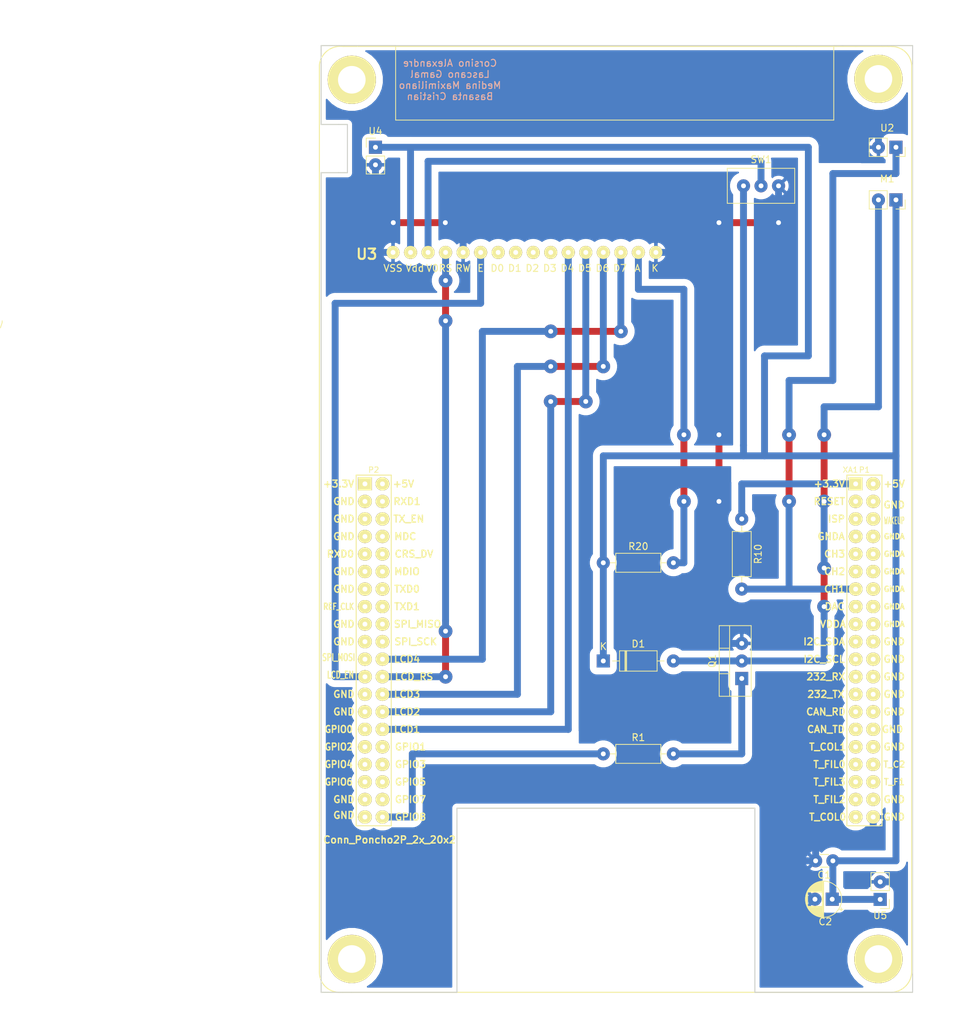
<source format=kicad_pcb>
(kicad_pcb (version 20171130) (host pcbnew "(5.1.4)-1")

  (general
    (thickness 1.6)
    (drawings 37)
    (tracks 153)
    (zones 0)
    (modules 14)
    (nets 90)
  )

  (page A4)
  (layers
    (0 F.Cu signal)
    (31 B.Cu signal)
    (32 B.Adhes user)
    (33 F.Adhes user)
    (34 B.Paste user)
    (35 F.Paste user)
    (36 B.SilkS user)
    (37 F.SilkS user)
    (38 B.Mask user)
    (39 F.Mask user)
    (40 Dwgs.User user)
    (41 Cmts.User user)
    (42 Eco1.User user)
    (43 Eco2.User user)
    (44 Edge.Cuts user)
    (45 Margin user)
    (46 B.CrtYd user)
    (47 F.CrtYd user)
    (48 B.Fab user)
    (49 F.Fab user)
  )

  (setup
    (last_trace_width 1)
    (trace_clearance 1)
    (zone_clearance 0.6)
    (zone_45_only yes)
    (trace_min 0.6)
    (via_size 2)
    (via_drill 0.7)
    (via_min_size 2)
    (via_min_drill 0.3)
    (uvia_size 0.3)
    (uvia_drill 0.1)
    (uvias_allowed no)
    (uvia_min_size 0.2)
    (uvia_min_drill 0.1)
    (edge_width 0.05)
    (segment_width 0.2)
    (pcb_text_width 0.3)
    (pcb_text_size 1.5 1.5)
    (mod_edge_width 0.12)
    (mod_text_size 1 1)
    (mod_text_width 0.15)
    (pad_size 1.9 1.9)
    (pad_drill 0.7)
    (pad_to_mask_clearance 0.051)
    (solder_mask_min_width 0.25)
    (aux_axis_origin 0 0)
    (visible_elements 7FFFFFFF)
    (pcbplotparams
      (layerselection 0x010fc_ffffffff)
      (usegerberextensions false)
      (usegerberattributes false)
      (usegerberadvancedattributes false)
      (creategerberjobfile false)
      (excludeedgelayer true)
      (linewidth 0.100000)
      (plotframeref false)
      (viasonmask false)
      (mode 1)
      (useauxorigin false)
      (hpglpennumber 1)
      (hpglpenspeed 20)
      (hpglpendiameter 15.000000)
      (psnegative false)
      (psa4output false)
      (plotreference true)
      (plotvalue true)
      (plotinvisibletext false)
      (padsonsilk false)
      (subtractmaskfromsilk false)
      (outputformat 1)
      (mirror false)
      (drillshape 0)
      (scaleselection 1)
      (outputdirectory ""))
  )

  (net 0 "")
  (net 1 GND)
  (net 2 +5V)
  (net 3 "Net-(D1-Pad2)")
  (net 4 "Net-(Q1-Pad1)")
  (net 5 /riego)
  (net 6 +3V3)
  (net 7 /Humedad_A0)
  (net 8 "Net-(R20-Pad2)")
  (net 9 /lcd_rs)
  (net 10 /lcd_e)
  (net 11 "Net-(U3-Pad7)")
  (net 12 "Net-(U3-Pad8)")
  (net 13 "Net-(U3-Pad9)")
  (net 14 "Net-(U3-Pad10)")
  (net 15 /lcd_d4)
  (net 16 /lcd_d5)
  (net 17 /lcd_d6)
  (net 18 /lcd_d7)
  (net 19 "Net-(XA1-Pad21)")
  (net 20 "Net-(XA1-Pad23)")
  (net 21 "Net-(XA1-Pad25)")
  (net 22 "Net-(XA1-Pad27)")
  (net 23 "Net-(XA1-Pad29)")
  (net 24 "Net-(XA1-Pad22)")
  (net 25 "Net-(XA1-Pad31)")
  (net 26 "Net-(XA1-Pad24)")
  (net 27 "Net-(XA1-Pad26)")
  (net 28 "Net-(XA1-Pad33)")
  (net 29 "Net-(XA1-Pad28)")
  (net 30 "Net-(XA1-Pad32)")
  (net 31 "Net-(XA1-Pad34)")
  (net 32 "Net-(XA1-Pad36)")
  (net 33 "Net-(XA1-Pad38)")
  (net 34 "Net-(XA1-Pad35)")
  (net 35 "Net-(XA1-Pad37)")
  (net 36 "Net-(XA1-Pad39)")
  (net 37 "Net-(XA1-Pad30)")
  (net 38 "Net-(XA1-Pad41)")
  (net 39 "Net-(XA1-Pad42)")
  (net 40 "Net-(XA1-Pad43)")
  (net 41 "Net-(XA1-Pad44)")
  (net 42 "Net-(XA1-Pad45)")
  (net 43 "Net-(XA1-Pad46)")
  (net 44 "Net-(XA1-Pad47)")
  (net 45 "Net-(XA1-Pad48)")
  (net 46 "Net-(XA1-Pad49)")
  (net 47 "Net-(XA1-Pad50)")
  (net 48 "Net-(XA1-Pad51)")
  (net 49 "Net-(XA1-Pad52)")
  (net 50 "Net-(XA1-Pad53)")
  (net 51 "Net-(XA1-Pad54)")
  (net 52 "Net-(XA1-Pad55)")
  (net 53 "Net-(XA1-Pad56)")
  (net 54 "Net-(XA1-Pad57)")
  (net 55 "Net-(XA1-Pad58)")
  (net 56 "Net-(XA1-Pad59)")
  (net 57 "Net-(XA1-Pad60)")
  (net 58 "Net-(XA1-Pad61)")
  (net 59 "Net-(XA1-Pad65)")
  (net 60 "Net-(XA1-Pad67)")
  (net 61 "Net-(XA1-Pad71)")
  (net 62 "Net-(XA1-Pad72)")
  (net 63 "Net-(XA1-Pad73)")
  (net 64 "Net-(XA1-Pad74)")
  (net 65 "Net-(XA1-Pad75)")
  (net 66 "Net-(XA1-Pad76)")
  (net 67 "Net-(XA1-Pad77)")
  (net 68 "Net-(XA1-Pad78)")
  (net 69 "Net-(XA1-Pad79)")
  (net 70 "Net-(SW1-PadC)")
  (net 71 "Net-(XA1-Pad11)")
  (net 72 "Net-(XA1-Pad6)")
  (net 73 "Net-(XA1-Pad15)")
  (net 74 "Net-(XA1-Pad8)")
  (net 75 "Net-(XA1-Pad17)")
  (net 76 "Net-(XA1-Pad10)")
  (net 77 "Net-(XA1-Pad19)")
  (net 78 "Net-(XA1-Pad12)")
  (net 79 "Net-(XA1-Pad14)")
  (net 80 "Net-(XA1-Pad16)")
  (net 81 "Net-(XA1-Pad18)")
  (net 82 "Net-(XA1-Pad20)")
  (net 83 "Net-(XA1-Pad3)")
  (net 84 "Net-(XA1-Pad5)")
  (net 85 "Net-(XA1-Pad7)")
  (net 86 "Net-(XA1-Pad9)")
  (net 87 "Net-(XA1-Pad2)")
  (net 88 "Net-(XA1-Pad4)")
  (net 89 "Net-(XA1-Pad69)")

  (net_class Default "This is the default net class."
    (clearance 1)
    (trace_width 1)
    (via_dia 2)
    (via_drill 0.7)
    (uvia_dia 0.3)
    (uvia_drill 0.1)
    (diff_pair_width 1)
    (diff_pair_gap 0.25)
    (add_net +3V3)
    (add_net +5V)
    (add_net /Humedad_A0)
    (add_net /lcd_d4)
    (add_net /lcd_d5)
    (add_net /lcd_d6)
    (add_net /lcd_d7)
    (add_net /lcd_e)
    (add_net /lcd_rs)
    (add_net /riego)
    (add_net GND)
    (add_net "Net-(D1-Pad2)")
    (add_net "Net-(Q1-Pad1)")
    (add_net "Net-(R20-Pad2)")
    (add_net "Net-(SW1-PadC)")
    (add_net "Net-(U3-Pad10)")
    (add_net "Net-(U3-Pad7)")
    (add_net "Net-(U3-Pad8)")
    (add_net "Net-(U3-Pad9)")
    (add_net "Net-(XA1-Pad10)")
    (add_net "Net-(XA1-Pad11)")
    (add_net "Net-(XA1-Pad12)")
    (add_net "Net-(XA1-Pad14)")
    (add_net "Net-(XA1-Pad15)")
    (add_net "Net-(XA1-Pad16)")
    (add_net "Net-(XA1-Pad17)")
    (add_net "Net-(XA1-Pad18)")
    (add_net "Net-(XA1-Pad19)")
    (add_net "Net-(XA1-Pad2)")
    (add_net "Net-(XA1-Pad20)")
    (add_net "Net-(XA1-Pad21)")
    (add_net "Net-(XA1-Pad22)")
    (add_net "Net-(XA1-Pad23)")
    (add_net "Net-(XA1-Pad24)")
    (add_net "Net-(XA1-Pad25)")
    (add_net "Net-(XA1-Pad26)")
    (add_net "Net-(XA1-Pad27)")
    (add_net "Net-(XA1-Pad28)")
    (add_net "Net-(XA1-Pad29)")
    (add_net "Net-(XA1-Pad3)")
    (add_net "Net-(XA1-Pad30)")
    (add_net "Net-(XA1-Pad31)")
    (add_net "Net-(XA1-Pad32)")
    (add_net "Net-(XA1-Pad33)")
    (add_net "Net-(XA1-Pad34)")
    (add_net "Net-(XA1-Pad35)")
    (add_net "Net-(XA1-Pad36)")
    (add_net "Net-(XA1-Pad37)")
    (add_net "Net-(XA1-Pad38)")
    (add_net "Net-(XA1-Pad39)")
    (add_net "Net-(XA1-Pad4)")
    (add_net "Net-(XA1-Pad41)")
    (add_net "Net-(XA1-Pad42)")
    (add_net "Net-(XA1-Pad43)")
    (add_net "Net-(XA1-Pad44)")
    (add_net "Net-(XA1-Pad45)")
    (add_net "Net-(XA1-Pad46)")
    (add_net "Net-(XA1-Pad47)")
    (add_net "Net-(XA1-Pad48)")
    (add_net "Net-(XA1-Pad49)")
    (add_net "Net-(XA1-Pad5)")
    (add_net "Net-(XA1-Pad50)")
    (add_net "Net-(XA1-Pad51)")
    (add_net "Net-(XA1-Pad52)")
    (add_net "Net-(XA1-Pad53)")
    (add_net "Net-(XA1-Pad54)")
    (add_net "Net-(XA1-Pad55)")
    (add_net "Net-(XA1-Pad56)")
    (add_net "Net-(XA1-Pad57)")
    (add_net "Net-(XA1-Pad58)")
    (add_net "Net-(XA1-Pad59)")
    (add_net "Net-(XA1-Pad6)")
    (add_net "Net-(XA1-Pad60)")
    (add_net "Net-(XA1-Pad61)")
    (add_net "Net-(XA1-Pad65)")
    (add_net "Net-(XA1-Pad67)")
    (add_net "Net-(XA1-Pad69)")
    (add_net "Net-(XA1-Pad7)")
    (add_net "Net-(XA1-Pad71)")
    (add_net "Net-(XA1-Pad72)")
    (add_net "Net-(XA1-Pad73)")
    (add_net "Net-(XA1-Pad74)")
    (add_net "Net-(XA1-Pad75)")
    (add_net "Net-(XA1-Pad76)")
    (add_net "Net-(XA1-Pad77)")
    (add_net "Net-(XA1-Pad78)")
    (add_net "Net-(XA1-Pad79)")
    (add_net "Net-(XA1-Pad8)")
    (add_net "Net-(XA1-Pad9)")
  )

  (net_class alt ""
    (clearance 0.5)
    (trace_width 1)
    (via_dia 2)
    (via_drill 0.7)
    (uvia_dia 0.3)
    (uvia_drill 0.1)
    (diff_pair_width 1)
    (diff_pair_gap 0.25)
  )

  (module riego:rPotentiometer (layer F.Cu) (tedit 5DE50BAE) (tstamp 5DCDD1A2)
    (at 125.222 47.498)
    (descr "Potentiometer, horizontal, Bourns 3386C, https://www.bourns.com/pdfs/3386.pdf")
    (tags "Potentiometer horizontal Bourns 3386C")
    (path /5DCA6C1C)
    (fp_text reference SW1 (at 0 -3.81 180) (layer F.SilkS)
      (effects (font (size 1 1) (thickness 0.15)))
    )
    (fp_text value rRotary_Encoder (at 0 8.555) (layer F.Fab)
      (effects (font (size 1 1) (thickness 0.15)))
    )
    (fp_text user %R (at 1.778 1.778 180) (layer F.Fab)
      (effects (font (size 1 1) (thickness 0.15)))
    )
    (fp_line (start -5.02 -2.67) (end -5.02 2.67) (layer F.CrtYd) (width 0.05))
    (fp_line (start 5.02 -2.67) (end -5.02 -2.67) (layer F.CrtYd) (width 0.05))
    (fp_line (start 5.02 2.67) (end 5.02 -2.67) (layer F.CrtYd) (width 0.05))
    (fp_line (start -5.02 2.67) (end 5.02 2.67) (layer F.CrtYd) (width 0.05))
    (fp_line (start -4.885 2.535) (end 4.885 2.535) (layer F.SilkS) (width 0.12))
    (fp_line (start -4.885 -2.535) (end 4.885 -2.535) (layer F.SilkS) (width 0.12))
    (fp_line (start 4.885 2.535) (end 4.885 -2.535) (layer F.SilkS) (width 0.12))
    (fp_line (start -4.885 2.535) (end -4.885 -2.535) (layer F.SilkS) (width 0.12))
    (fp_line (start -4.765 2.415) (end -4.765 -2.415) (layer F.Fab) (width 0.1))
    (fp_line (start 4.765 2.415) (end -4.765 2.415) (layer F.Fab) (width 0.1))
    (fp_line (start 4.765 -2.415) (end 4.765 2.415) (layer F.Fab) (width 0.1))
    (fp_line (start -4.765 -2.415) (end 4.765 -2.415) (layer F.Fab) (width 0.1))
    (fp_arc (start 0 -5.08) (end 3.809999 -2.540001) (angle -247.4) (layer Dwgs.User) (width 0.12))
    (fp_circle (center 0 -5.715) (end 1.27 -5.715) (layer Dwgs.User) (width 0.12))
    (fp_line (start 0 -4.445) (end 0 -6.985) (layer Dwgs.User) (width 0.12))
    (pad A thru_hole circle (at -2.54 0 90) (size 1.9 1.9) (drill 0.7) (layers *.Cu *.Mask)
      (net 2 +5V))
    (pad C thru_hole circle (at 0 0 90) (size 1.9 1.9) (drill 0.7) (layers *.Cu *.Mask)
      (net 70 "Net-(SW1-PadC)"))
    (pad B thru_hole circle (at 2.54 0 90) (size 1.9 1.9) (drill 0.7) (layers *.Cu *.Mask)
      (net 1 GND))
    (model ${KISYS3DMOD}/Potentiometer_THT.3dshapes/Potentiometer_Bourns_3386C_Horizontal.wrl
      (at (xyz 0 0 0))
      (scale (xyz 1 1 1))
      (rotate (xyz 0 0 0))
    )
  )

  (module riego:rLCD16x2 (layer F.Cu) (tedit 5DE50B11) (tstamp 5DCD80D3)
    (at 107.696 72.644)
    (descr "LCD Module, 16x2")
    (path /5D9E8A2C)
    (fp_text reference U3 (at -39.624 -15.24) (layer F.SilkS)
      (effects (font (size 1.5 1.5) (thickness 0.3)))
    )
    (fp_text value HD44780_1602A (at -14.986 -19.304) (layer Dwgs.User)
      (effects (font (size 1.5 1.5) (thickness 0.3)))
    )
    (fp_circle (center 34.544 -15.24) (end 37.04561 -15.24) (layer Dwgs.User) (width 0.12))
    (fp_circle (center 34.544 -15.24) (end 36.068 -15.24) (layer Dwgs.User) (width 0.12))
    (fp_circle (center 34.544 13.462) (end 37.195838 13.462) (layer Dwgs.User) (width 0.12))
    (fp_circle (center 34.544 13.462) (end 36.068 13.462) (layer Dwgs.User) (width 0.12))
    (fp_circle (center -39.878 13.462) (end -37.226162 13.462) (layer Dwgs.User) (width 0.12))
    (fp_circle (center -39.878 13.462) (end -38.354 13.462) (layer Dwgs.User) (width 0.12))
    (fp_text user A (at -0.381 -13.208) (layer F.SilkS)
      (effects (font (size 1 1) (thickness 0.15)))
    )
    (fp_text user K (at 2.159 -13.208) (layer F.SilkS)
      (effects (font (size 1 1) (thickness 0.15)))
    )
    (fp_text user D7 (at -2.921 -13.208) (layer F.SilkS)
      (effects (font (size 1 1) (thickness 0.15)))
    )
    (fp_text user D6 (at -5.461 -13.208) (layer F.SilkS)
      (effects (font (size 1 1) (thickness 0.15)))
    )
    (fp_text user D5 (at -8.001 -13.208) (layer F.SilkS)
      (effects (font (size 1 1) (thickness 0.15)))
    )
    (fp_text user D4 (at -10.541 -13.208) (layer F.SilkS)
      (effects (font (size 1 1) (thickness 0.15)))
    )
    (fp_text user D3 (at -13.081 -13.208) (layer F.SilkS)
      (effects (font (size 1 1) (thickness 0.15)))
    )
    (fp_text user D2 (at -15.621 -13.208) (layer F.SilkS)
      (effects (font (size 1 1) (thickness 0.15)))
    )
    (fp_text user D1 (at -18.161 -13.208) (layer F.SilkS)
      (effects (font (size 1 1) (thickness 0.15)))
    )
    (fp_text user D0 (at -20.701 -13.208) (layer F.SilkS)
      (effects (font (size 1 1) (thickness 0.15)))
    )
    (fp_text user E (at -23.114 -13.208) (layer F.SilkS)
      (effects (font (size 1 1) (thickness 0.15)))
    )
    (fp_text user RW (at -25.654 -13.208) (layer F.SilkS)
      (effects (font (size 1 1) (thickness 0.15)))
    )
    (fp_text user RS (at -28.194 -13.208) (layer F.SilkS)
      (effects (font (size 1 1) (thickness 0.15)))
    )
    (fp_text user V0 (at -30.099 -13.208) (layer F.SilkS)
      (effects (font (size 1 1) (thickness 0.15)))
    )
    (fp_text user Vdd (at -32.639 -13.208) (layer F.SilkS)
      (effects (font (size 1 1) (thickness 0.15)))
    )
    (fp_text user VSS (at -35.814 -13.208 180) (layer F.SilkS)
      (effects (font (size 1 1) (thickness 0.15)))
    )
    (fp_line (start -38.1 10.16) (end -38.1 -6.35) (layer Dwgs.User) (width 0.12))
    (fp_line (start 35.56 10.16) (end -38.1 10.16) (layer Dwgs.User) (width 0.12))
    (fp_line (start 35.56 -6.35) (end 35.56 10.16) (layer Dwgs.User) (width 0.12))
    (fp_line (start -38.1 -6.35) (end 35.56 -6.35) (layer Dwgs.User) (width 0.12))
    (fp_line (start 36.83 -8.89) (end 36.83 15.748) (layer Dwgs.User) (width 0.12))
    (fp_line (start -42.164 15.748) (end 36.83 15.748) (layer Dwgs.User) (width 0.12))
    (fp_line (start -42.164 -8.89) (end -42.164 15.748) (layer Dwgs.User) (width 0.12))
    (fp_line (start 36.83 -8.89) (end 36.83 -17.526) (layer Dwgs.User) (width 0.15))
    (fp_line (start 36.83 -17.526) (end -42.164 -17.526) (layer Dwgs.User) (width 0.15))
    (fp_line (start -42.164 -17.526) (end -42.164 -8.89) (layer Dwgs.User) (width 0.15))
    (fp_line (start -42.164 -8.89) (end 36.83 -8.89) (layer Dwgs.User) (width 0.15))
    (fp_circle (center -39.878 -15.24) (end -38.354 -15.24) (layer Dwgs.User) (width 0.12))
    (fp_circle (center -39.878 -15.24) (end -37.226162 -15.24) (layer Dwgs.User) (width 0.12))
    (pad 1 thru_hole oval (at -35.81 -15.5) (size 1.9 1.9) (drill 0.7) (layers *.Cu *.Mask F.SilkS)
      (net 1 GND))
    (pad 2 thru_hole oval (at -33.27 -15.5) (size 1.9 1.9) (drill 0.7) (layers *.Cu *.Mask F.SilkS)
      (net 2 +5V))
    (pad 3 thru_hole oval (at -30.73 -15.5) (size 1.9 1.9) (drill 0.7) (layers *.Cu *.Mask F.SilkS)
      (net 70 "Net-(SW1-PadC)"))
    (pad 4 thru_hole oval (at -28.19 -15.5) (size 1.9 1.9) (drill 0.7) (layers *.Cu *.Mask F.SilkS)
      (net 9 /lcd_rs))
    (pad 5 thru_hole oval (at -25.65 -15.5) (size 1.9 1.9) (drill 0.7) (layers *.Cu *.Mask F.SilkS)
      (net 1 GND))
    (pad 6 thru_hole oval (at -23.11 -15.5) (size 1.9 1.9) (drill 0.7) (layers *.Cu *.Mask F.SilkS)
      (net 10 /lcd_e))
    (pad 7 thru_hole oval (at -20.57 -15.5) (size 1.9 1.9) (drill 0.7) (layers *.Cu *.Mask F.SilkS)
      (net 11 "Net-(U3-Pad7)"))
    (pad 8 thru_hole oval (at -18.03 -15.5) (size 1.9 1.9) (drill 0.7) (layers *.Cu *.Mask F.SilkS)
      (net 12 "Net-(U3-Pad8)"))
    (pad 9 thru_hole oval (at -15.49 -15.5) (size 1.9 1.9) (drill 0.7) (layers *.Cu *.Mask F.SilkS)
      (net 13 "Net-(U3-Pad9)"))
    (pad 10 thru_hole oval (at -12.95 -15.5) (size 1.9 1.9) (drill 0.7) (layers *.Cu *.Mask F.SilkS)
      (net 14 "Net-(U3-Pad10)"))
    (pad 11 thru_hole oval (at -10.41 -15.5) (size 1.9 1.9) (drill 0.7) (layers *.Cu *.Mask F.SilkS)
      (net 15 /lcd_d4))
    (pad 12 thru_hole oval (at -7.87 -15.5) (size 1.9 1.9) (drill 0.7) (layers *.Cu *.Mask F.SilkS)
      (net 16 /lcd_d5))
    (pad 13 thru_hole oval (at -5.33 -15.5) (size 1.9 1.9) (drill 0.7) (layers *.Cu *.Mask F.SilkS)
      (net 17 /lcd_d6))
    (pad 14 thru_hole oval (at -2.79 -15.5) (size 1.9 1.9) (drill 0.7) (layers *.Cu *.Mask F.SilkS)
      (net 18 /lcd_d7))
    (pad 15 thru_hole oval (at 2.29 -15.5) (size 1.9 1.9) (drill 0.7) (layers *.Cu *.Mask F.SilkS)
      (net 1 GND))
    (pad 16 thru_hole oval (at -0.25 -15.5) (size 1.9 1.9) (drill 0.7) (layers *.Cu *.Mask F.SilkS)
      (net 8 "Net-(R20-Pad2)"))
    (model ../../../../../../Desarrollo/kicad/LoadCellShield/hardware/celda.3dshapes/LCD_16x2.wrl
      (at (xyz 0 0 0))
      (scale (xyz 1 1 1))
      (rotate (xyz 0 0 0))
    )
  )

  (module Capacitor_THT:CP_Radial_D5.0mm_P2.50mm (layer F.Cu) (tedit 5DDBF80E) (tstamp 5DDC1CA3)
    (at 135.54 150.85 180)
    (descr "CP, Radial series, Radial, pin pitch=2.50mm, , diameter=5mm, Electrolytic Capacitor")
    (tags "CP Radial series Radial pin pitch 2.50mm  diameter 5mm Electrolytic Capacitor")
    (path /5DAF340F)
    (fp_text reference C2 (at 1 -3.25) (layer F.SilkS)
      (effects (font (size 1 1) (thickness 0.15)))
    )
    (fp_text value 10μf (at 1 3.25) (layer F.Fab)
      (effects (font (size 1 1) (thickness 0.15)))
    )
    (fp_text user %R (at 1 0) (layer F.Fab)
      (effects (font (size 0.8 0.8) (thickness 0.12)))
    )
    (fp_line (start -1.304775 -1.725) (end -1.304775 -1.225) (layer F.SilkS) (width 0.12))
    (fp_line (start -1.554775 -1.475) (end -1.054775 -1.475) (layer F.SilkS) (width 0.12))
    (fp_line (start 3.851 -0.284) (end 3.851 0.284) (layer F.SilkS) (width 0.12))
    (fp_line (start 3.811 -0.518) (end 3.811 0.518) (layer F.SilkS) (width 0.12))
    (fp_line (start 3.771 -0.677) (end 3.771 0.677) (layer F.SilkS) (width 0.12))
    (fp_line (start 3.731 -0.805) (end 3.731 0.805) (layer F.SilkS) (width 0.12))
    (fp_line (start 3.691 -0.915) (end 3.691 0.915) (layer F.SilkS) (width 0.12))
    (fp_line (start 3.651 -1.011) (end 3.651 1.011) (layer F.SilkS) (width 0.12))
    (fp_line (start 3.611 -1.098) (end 3.611 1.098) (layer F.SilkS) (width 0.12))
    (fp_line (start 3.571 -1.178) (end 3.571 1.178) (layer F.SilkS) (width 0.12))
    (fp_line (start 3.531 1.04) (end 3.531 1.251) (layer F.SilkS) (width 0.12))
    (fp_line (start 3.531 -1.251) (end 3.531 -1.04) (layer F.SilkS) (width 0.12))
    (fp_line (start 3.491 1.04) (end 3.491 1.319) (layer F.SilkS) (width 0.12))
    (fp_line (start 3.491 -1.319) (end 3.491 -1.04) (layer F.SilkS) (width 0.12))
    (fp_line (start 3.451 1.04) (end 3.451 1.383) (layer F.SilkS) (width 0.12))
    (fp_line (start 3.451 -1.383) (end 3.451 -1.04) (layer F.SilkS) (width 0.12))
    (fp_line (start 3.411 1.04) (end 3.411 1.443) (layer F.SilkS) (width 0.12))
    (fp_line (start 3.411 -1.443) (end 3.411 -1.04) (layer F.SilkS) (width 0.12))
    (fp_line (start 3.371 1.04) (end 3.371 1.5) (layer F.SilkS) (width 0.12))
    (fp_line (start 3.371 -1.5) (end 3.371 -1.04) (layer F.SilkS) (width 0.12))
    (fp_line (start 3.331 1.04) (end 3.331 1.554) (layer F.SilkS) (width 0.12))
    (fp_line (start 3.331 -1.554) (end 3.331 -1.04) (layer F.SilkS) (width 0.12))
    (fp_line (start 3.291 1.04) (end 3.291 1.605) (layer F.SilkS) (width 0.12))
    (fp_line (start 3.291 -1.605) (end 3.291 -1.04) (layer F.SilkS) (width 0.12))
    (fp_line (start 3.251 1.04) (end 3.251 1.653) (layer F.SilkS) (width 0.12))
    (fp_line (start 3.251 -1.653) (end 3.251 -1.04) (layer F.SilkS) (width 0.12))
    (fp_line (start 3.211 1.04) (end 3.211 1.699) (layer F.SilkS) (width 0.12))
    (fp_line (start 3.211 -1.699) (end 3.211 -1.04) (layer F.SilkS) (width 0.12))
    (fp_line (start 3.171 1.04) (end 3.171 1.743) (layer F.SilkS) (width 0.12))
    (fp_line (start 3.171 -1.743) (end 3.171 -1.04) (layer F.SilkS) (width 0.12))
    (fp_line (start 3.131 1.04) (end 3.131 1.785) (layer F.SilkS) (width 0.12))
    (fp_line (start 3.131 -1.785) (end 3.131 -1.04) (layer F.SilkS) (width 0.12))
    (fp_line (start 3.091 1.04) (end 3.091 1.826) (layer F.SilkS) (width 0.12))
    (fp_line (start 3.091 -1.826) (end 3.091 -1.04) (layer F.SilkS) (width 0.12))
    (fp_line (start 3.051 1.04) (end 3.051 1.864) (layer F.SilkS) (width 0.12))
    (fp_line (start 3.051 -1.864) (end 3.051 -1.04) (layer F.SilkS) (width 0.12))
    (fp_line (start 3.011 1.04) (end 3.011 1.901) (layer F.SilkS) (width 0.12))
    (fp_line (start 3.011 -1.901) (end 3.011 -1.04) (layer F.SilkS) (width 0.12))
    (fp_line (start 2.971 1.04) (end 2.971 1.937) (layer F.SilkS) (width 0.12))
    (fp_line (start 2.971 -1.937) (end 2.971 -1.04) (layer F.SilkS) (width 0.12))
    (fp_line (start 2.931 1.04) (end 2.931 1.971) (layer F.SilkS) (width 0.12))
    (fp_line (start 2.931 -1.971) (end 2.931 -1.04) (layer F.SilkS) (width 0.12))
    (fp_line (start 2.891 1.04) (end 2.891 2.004) (layer F.SilkS) (width 0.12))
    (fp_line (start 2.891 -2.004) (end 2.891 -1.04) (layer F.SilkS) (width 0.12))
    (fp_line (start 2.851 1.04) (end 2.851 2.035) (layer F.SilkS) (width 0.12))
    (fp_line (start 2.851 -2.035) (end 2.851 -1.04) (layer F.SilkS) (width 0.12))
    (fp_line (start 2.811 1.04) (end 2.811 2.065) (layer F.SilkS) (width 0.12))
    (fp_line (start 2.811 -2.065) (end 2.811 -1.04) (layer F.SilkS) (width 0.12))
    (fp_line (start 2.771 1.04) (end 2.771 2.095) (layer F.SilkS) (width 0.12))
    (fp_line (start 2.771 -2.095) (end 2.771 -1.04) (layer F.SilkS) (width 0.12))
    (fp_line (start 2.731 1.04) (end 2.731 2.122) (layer F.SilkS) (width 0.12))
    (fp_line (start 2.731 -2.122) (end 2.731 -1.04) (layer F.SilkS) (width 0.12))
    (fp_line (start 2.691 1.04) (end 2.691 2.149) (layer F.SilkS) (width 0.12))
    (fp_line (start 2.691 -2.149) (end 2.691 -1.04) (layer F.SilkS) (width 0.12))
    (fp_line (start 2.651 1.04) (end 2.651 2.175) (layer F.SilkS) (width 0.12))
    (fp_line (start 2.651 -2.175) (end 2.651 -1.04) (layer F.SilkS) (width 0.12))
    (fp_line (start 2.611 1.04) (end 2.611 2.2) (layer F.SilkS) (width 0.12))
    (fp_line (start 2.611 -2.2) (end 2.611 -1.04) (layer F.SilkS) (width 0.12))
    (fp_line (start 2.571 1.04) (end 2.571 2.224) (layer F.SilkS) (width 0.12))
    (fp_line (start 2.571 -2.224) (end 2.571 -1.04) (layer F.SilkS) (width 0.12))
    (fp_line (start 2.531 1.04) (end 2.531 2.247) (layer F.SilkS) (width 0.12))
    (fp_line (start 2.531 -2.247) (end 2.531 -1.04) (layer F.SilkS) (width 0.12))
    (fp_line (start 2.491 1.04) (end 2.491 2.268) (layer F.SilkS) (width 0.12))
    (fp_line (start 2.491 -2.268) (end 2.491 -1.04) (layer F.SilkS) (width 0.12))
    (fp_line (start 2.451 1.04) (end 2.451 2.29) (layer F.SilkS) (width 0.12))
    (fp_line (start 2.451 -2.29) (end 2.451 -1.04) (layer F.SilkS) (width 0.12))
    (fp_line (start 2.411 1.04) (end 2.411 2.31) (layer F.SilkS) (width 0.12))
    (fp_line (start 2.411 -2.31) (end 2.411 -1.04) (layer F.SilkS) (width 0.12))
    (fp_line (start 2.371 1.04) (end 2.371 2.329) (layer F.SilkS) (width 0.12))
    (fp_line (start 2.371 -2.329) (end 2.371 -1.04) (layer F.SilkS) (width 0.12))
    (fp_line (start 2.331 1.04) (end 2.331 2.348) (layer F.SilkS) (width 0.12))
    (fp_line (start 2.331 -2.348) (end 2.331 -1.04) (layer F.SilkS) (width 0.12))
    (fp_line (start 2.291 1.04) (end 2.291 2.365) (layer F.SilkS) (width 0.12))
    (fp_line (start 2.291 -2.365) (end 2.291 -1.04) (layer F.SilkS) (width 0.12))
    (fp_line (start 2.251 1.04) (end 2.251 2.382) (layer F.SilkS) (width 0.12))
    (fp_line (start 2.251 -2.382) (end 2.251 -1.04) (layer F.SilkS) (width 0.12))
    (fp_line (start 2.211 1.04) (end 2.211 2.398) (layer F.SilkS) (width 0.12))
    (fp_line (start 2.211 -2.398) (end 2.211 -1.04) (layer F.SilkS) (width 0.12))
    (fp_line (start 2.171 1.04) (end 2.171 2.414) (layer F.SilkS) (width 0.12))
    (fp_line (start 2.171 -2.414) (end 2.171 -1.04) (layer F.SilkS) (width 0.12))
    (fp_line (start 2.131 1.04) (end 2.131 2.428) (layer F.SilkS) (width 0.12))
    (fp_line (start 2.131 -2.428) (end 2.131 -1.04) (layer F.SilkS) (width 0.12))
    (fp_line (start 2.091 1.04) (end 2.091 2.442) (layer F.SilkS) (width 0.12))
    (fp_line (start 2.091 -2.442) (end 2.091 -1.04) (layer F.SilkS) (width 0.12))
    (fp_line (start 2.051 1.04) (end 2.051 2.455) (layer F.SilkS) (width 0.12))
    (fp_line (start 2.051 -2.455) (end 2.051 -1.04) (layer F.SilkS) (width 0.12))
    (fp_line (start 2.011 1.04) (end 2.011 2.468) (layer F.SilkS) (width 0.12))
    (fp_line (start 2.011 -2.468) (end 2.011 -1.04) (layer F.SilkS) (width 0.12))
    (fp_line (start 1.971 1.04) (end 1.971 2.48) (layer F.SilkS) (width 0.12))
    (fp_line (start 1.971 -2.48) (end 1.971 -1.04) (layer F.SilkS) (width 0.12))
    (fp_line (start 1.93 1.04) (end 1.93 2.491) (layer F.SilkS) (width 0.12))
    (fp_line (start 1.93 -2.491) (end 1.93 -1.04) (layer F.SilkS) (width 0.12))
    (fp_line (start 1.89 1.04) (end 1.89 2.501) (layer F.SilkS) (width 0.12))
    (fp_line (start 1.89 -2.501) (end 1.89 -1.04) (layer F.SilkS) (width 0.12))
    (fp_line (start 1.85 1.04) (end 1.85 2.511) (layer F.SilkS) (width 0.12))
    (fp_line (start 1.85 -2.511) (end 1.85 -1.04) (layer F.SilkS) (width 0.12))
    (fp_line (start 1.81 1.04) (end 1.81 2.52) (layer F.SilkS) (width 0.12))
    (fp_line (start 1.81 -2.52) (end 1.81 -1.04) (layer F.SilkS) (width 0.12))
    (fp_line (start 1.77 1.04) (end 1.77 2.528) (layer F.SilkS) (width 0.12))
    (fp_line (start 1.77 -2.528) (end 1.77 -1.04) (layer F.SilkS) (width 0.12))
    (fp_line (start 1.73 1.04) (end 1.73 2.536) (layer F.SilkS) (width 0.12))
    (fp_line (start 1.73 -2.536) (end 1.73 -1.04) (layer F.SilkS) (width 0.12))
    (fp_line (start 1.69 1.04) (end 1.69 2.543) (layer F.SilkS) (width 0.12))
    (fp_line (start 1.69 -2.543) (end 1.69 -1.04) (layer F.SilkS) (width 0.12))
    (fp_line (start 1.65 1.04) (end 1.65 2.55) (layer F.SilkS) (width 0.12))
    (fp_line (start 1.65 -2.55) (end 1.65 -1.04) (layer F.SilkS) (width 0.12))
    (fp_line (start 1.61 1.04) (end 1.61 2.556) (layer F.SilkS) (width 0.12))
    (fp_line (start 1.61 -2.556) (end 1.61 -1.04) (layer F.SilkS) (width 0.12))
    (fp_line (start 1.57 1.04) (end 1.57 2.561) (layer F.SilkS) (width 0.12))
    (fp_line (start 1.57 -2.561) (end 1.57 -1.04) (layer F.SilkS) (width 0.12))
    (fp_line (start 1.53 1.04) (end 1.53 2.565) (layer F.SilkS) (width 0.12))
    (fp_line (start 1.53 -2.565) (end 1.53 -1.04) (layer F.SilkS) (width 0.12))
    (fp_line (start 1.49 1.04) (end 1.49 2.569) (layer F.SilkS) (width 0.12))
    (fp_line (start 1.49 -2.569) (end 1.49 -1.04) (layer F.SilkS) (width 0.12))
    (fp_line (start 1.45 -2.573) (end 1.45 2.573) (layer F.SilkS) (width 0.12))
    (fp_line (start 1.41 -2.576) (end 1.41 2.576) (layer F.SilkS) (width 0.12))
    (fp_line (start 1.37 -2.578) (end 1.37 2.578) (layer F.SilkS) (width 0.12))
    (fp_line (start 1.33 -2.579) (end 1.33 2.579) (layer F.SilkS) (width 0.12))
    (fp_line (start 1.29 -2.58) (end 1.29 2.58) (layer F.SilkS) (width 0.12))
    (fp_line (start 1.25 -2.58) (end 1.25 2.58) (layer F.SilkS) (width 0.12))
    (fp_line (start -0.633605 -1.3375) (end -0.633605 -0.8375) (layer F.Fab) (width 0.1))
    (fp_line (start -0.883605 -1.0875) (end -0.383605 -1.0875) (layer F.Fab) (width 0.1))
    (fp_circle (center 1.25 0) (end 4 0) (layer F.CrtYd) (width 0.05))
    (fp_circle (center 1.25 0) (end 3.87 0) (layer F.SilkS) (width 0.12))
    (fp_circle (center 1.25 0) (end 3.75 0) (layer F.Fab) (width 0.1))
    (pad 2 thru_hole circle (at 2.5 0 180) (size 1.9 1.9) (drill 0.7) (layers *.Cu *.Mask)
      (net 1 GND))
    (pad 1 thru_hole rect (at 0 0 180) (size 1.9 1.9) (drill 0.7) (layers *.Cu *.Mask)
      (net 2 +5V))
    (model ${KISYS3DMOD}/Capacitor_THT.3dshapes/CP_Radial_D5.0mm_P2.50mm.wrl
      (at (xyz 0 0 0))
      (scale (xyz 1 1 1))
      (rotate (xyz 0 0 0))
    )
  )

  (module Diode_THT:D_DO-41_SOD81_P10.16mm_Horizontal (layer F.Cu) (tedit 5DDBF665) (tstamp 5DDC7B6C)
    (at 102.362 116.332)
    (descr "Diode, DO-41_SOD81 series, Axial, Horizontal, pin pitch=10.16mm, , length*diameter=5.2*2.7mm^2, , http://www.diodes.com/_files/packages/DO-41%20(Plastic).pdf")
    (tags "Diode DO-41_SOD81 series Axial Horizontal pin pitch 10.16mm  length 5.2mm diameter 2.7mm")
    (path /5DC8CEAC)
    (fp_text reference D1 (at 5.08 -2.47) (layer F.SilkS)
      (effects (font (size 1 1) (thickness 0.15)))
    )
    (fp_text value 1N4007 (at 5.08 2.47) (layer F.Fab)
      (effects (font (size 1 1) (thickness 0.15)))
    )
    (fp_line (start 2.48 -1.35) (end 2.48 1.35) (layer F.Fab) (width 0.1))
    (fp_line (start 2.48 1.35) (end 7.68 1.35) (layer F.Fab) (width 0.1))
    (fp_line (start 7.68 1.35) (end 7.68 -1.35) (layer F.Fab) (width 0.1))
    (fp_line (start 7.68 -1.35) (end 2.48 -1.35) (layer F.Fab) (width 0.1))
    (fp_line (start 0 0) (end 2.48 0) (layer F.Fab) (width 0.1))
    (fp_line (start 10.16 0) (end 7.68 0) (layer F.Fab) (width 0.1))
    (fp_line (start 3.26 -1.35) (end 3.26 1.35) (layer F.Fab) (width 0.1))
    (fp_line (start 3.36 -1.35) (end 3.36 1.35) (layer F.Fab) (width 0.1))
    (fp_line (start 3.16 -1.35) (end 3.16 1.35) (layer F.Fab) (width 0.1))
    (fp_line (start 2.36 -1.47) (end 2.36 1.47) (layer F.SilkS) (width 0.12))
    (fp_line (start 2.36 1.47) (end 7.8 1.47) (layer F.SilkS) (width 0.12))
    (fp_line (start 7.8 1.47) (end 7.8 -1.47) (layer F.SilkS) (width 0.12))
    (fp_line (start 7.8 -1.47) (end 2.36 -1.47) (layer F.SilkS) (width 0.12))
    (fp_line (start 1.34 0) (end 2.36 0) (layer F.SilkS) (width 0.12))
    (fp_line (start 8.82 0) (end 7.8 0) (layer F.SilkS) (width 0.12))
    (fp_line (start 3.26 -1.47) (end 3.26 1.47) (layer F.SilkS) (width 0.12))
    (fp_line (start 3.38 -1.47) (end 3.38 1.47) (layer F.SilkS) (width 0.12))
    (fp_line (start 3.14 -1.47) (end 3.14 1.47) (layer F.SilkS) (width 0.12))
    (fp_line (start -1.35 -1.6) (end -1.35 1.6) (layer F.CrtYd) (width 0.05))
    (fp_line (start -1.35 1.6) (end 11.51 1.6) (layer F.CrtYd) (width 0.05))
    (fp_line (start 11.51 1.6) (end 11.51 -1.6) (layer F.CrtYd) (width 0.05))
    (fp_line (start 11.51 -1.6) (end -1.35 -1.6) (layer F.CrtYd) (width 0.05))
    (fp_text user %R (at 5.47 0) (layer F.Fab)
      (effects (font (size 1 1) (thickness 0.15)))
    )
    (fp_text user K (at 0 -2.1) (layer F.Fab)
      (effects (font (size 1 1) (thickness 0.15)))
    )
    (fp_text user K (at 0 -2.1) (layer F.SilkS)
      (effects (font (size 1 1) (thickness 0.15)))
    )
    (pad 1 thru_hole rect (at 0 0) (size 1.9 1.9) (drill 0.7) (layers *.Cu *.Mask)
      (net 2 +5V))
    (pad 2 thru_hole oval (at 10.16 0) (size 1.9 1.9) (drill 0.7) (layers *.Cu *.Mask)
      (net 3 "Net-(D1-Pad2)"))
    (model ${KISYS3DMOD}/Diode_THT.3dshapes/D_DO-41_SOD81_P10.16mm_Horizontal.wrl
      (at (xyz 0 0 0))
      (scale (xyz 1 1 1))
      (rotate (xyz 0 0 0))
    )
  )

  (module Package_TO_SOT_THT:TO-220-3_Vertical (layer F.Cu) (tedit 5DDBF64C) (tstamp 5DDC7B1C)
    (at 122.428 118.872 90)
    (descr "TO-220-3, Vertical, RM 2.54mm, see https://www.vishay.com/docs/66542/to-220-1.pdf")
    (tags "TO-220-3 Vertical RM 2.54mm")
    (path /5DC61A5B)
    (fp_text reference Q1 (at 2.54 -4.27 90) (layer F.SilkS)
      (effects (font (size 1 1) (thickness 0.15)))
    )
    (fp_text value TIP31 (at 2.54 2.5 90) (layer F.Fab)
      (effects (font (size 1 1) (thickness 0.15)))
    )
    (fp_line (start -2.46 -3.15) (end -2.46 1.25) (layer F.Fab) (width 0.1))
    (fp_line (start -2.46 1.25) (end 7.54 1.25) (layer F.Fab) (width 0.1))
    (fp_line (start 7.54 1.25) (end 7.54 -3.15) (layer F.Fab) (width 0.1))
    (fp_line (start 7.54 -3.15) (end -2.46 -3.15) (layer F.Fab) (width 0.1))
    (fp_line (start -2.46 -1.88) (end 7.54 -1.88) (layer F.Fab) (width 0.1))
    (fp_line (start 0.69 -3.15) (end 0.69 -1.88) (layer F.Fab) (width 0.1))
    (fp_line (start 4.39 -3.15) (end 4.39 -1.88) (layer F.Fab) (width 0.1))
    (fp_line (start -2.58 -3.27) (end 7.66 -3.27) (layer F.SilkS) (width 0.12))
    (fp_line (start -2.58 1.371) (end 7.66 1.371) (layer F.SilkS) (width 0.12))
    (fp_line (start -2.58 -3.27) (end -2.58 1.371) (layer F.SilkS) (width 0.12))
    (fp_line (start 7.66 -3.27) (end 7.66 1.371) (layer F.SilkS) (width 0.12))
    (fp_line (start -2.58 -1.76) (end 7.66 -1.76) (layer F.SilkS) (width 0.12))
    (fp_line (start 0.69 -3.27) (end 0.69 -1.76) (layer F.SilkS) (width 0.12))
    (fp_line (start 4.391 -3.27) (end 4.391 -1.76) (layer F.SilkS) (width 0.12))
    (fp_line (start -2.71 -3.4) (end -2.71 1.51) (layer F.CrtYd) (width 0.05))
    (fp_line (start -2.71 1.51) (end 7.79 1.51) (layer F.CrtYd) (width 0.05))
    (fp_line (start 7.79 1.51) (end 7.79 -3.4) (layer F.CrtYd) (width 0.05))
    (fp_line (start 7.79 -3.4) (end -2.71 -3.4) (layer F.CrtYd) (width 0.05))
    (fp_text user %R (at 2.54 -4.27 90) (layer F.Fab)
      (effects (font (size 1 1) (thickness 0.15)))
    )
    (pad 1 thru_hole rect (at 0 0 90) (size 1.9 1.9) (drill 0.7) (layers *.Cu *.Mask)
      (net 4 "Net-(Q1-Pad1)"))
    (pad 2 thru_hole oval (at 2.54 0 90) (size 1.9 1.9) (drill 0.7) (layers *.Cu *.Mask)
      (net 3 "Net-(D1-Pad2)"))
    (pad 3 thru_hole oval (at 5.08 0 90) (size 1.9 1.9) (drill 0.7) (layers *.Cu *.Mask)
      (net 1 GND))
    (model ${KISYS3DMOD}/Package_TO_SOT_THT.3dshapes/TO-220-3_Vertical.wrl
      (at (xyz 0 0 0))
      (scale (xyz 1 1 1))
      (rotate (xyz 0 0 0))
    )
  )

  (module Capacitor_THT:C_Disc_D3.0mm_W1.6mm_P2.50mm (layer F.Cu) (tedit 5DDBF5FD) (tstamp 5DCDD5F4)
    (at 135.636 145.288 180)
    (descr "C, Disc series, Radial, pin pitch=2.50mm, , diameter*width=3.0*1.6mm^2, Capacitor, http://www.vishay.com/docs/45233/krseries.pdf")
    (tags "C Disc series Radial pin pitch 2.50mm  diameter 3.0mm width 1.6mm Capacitor")
    (path /5DA57C8D)
    (fp_text reference C1 (at 1.25 -2.05) (layer F.SilkS)
      (effects (font (size 1 1) (thickness 0.15)))
    )
    (fp_text value 100nf (at 1.25 2.05) (layer F.Fab)
      (effects (font (size 1 1) (thickness 0.15)))
    )
    (fp_line (start -0.25 -0.8) (end -0.25 0.8) (layer F.Fab) (width 0.1))
    (fp_line (start -0.25 0.8) (end 2.75 0.8) (layer F.Fab) (width 0.1))
    (fp_line (start 2.75 0.8) (end 2.75 -0.8) (layer F.Fab) (width 0.1))
    (fp_line (start 2.75 -0.8) (end -0.25 -0.8) (layer F.Fab) (width 0.1))
    (fp_line (start 0.621 -0.92) (end 1.879 -0.92) (layer F.SilkS) (width 0.12))
    (fp_line (start 0.621 0.92) (end 1.879 0.92) (layer F.SilkS) (width 0.12))
    (fp_line (start -1.05 -1.05) (end -1.05 1.05) (layer F.CrtYd) (width 0.05))
    (fp_line (start -1.05 1.05) (end 3.55 1.05) (layer F.CrtYd) (width 0.05))
    (fp_line (start 3.55 1.05) (end 3.55 -1.05) (layer F.CrtYd) (width 0.05))
    (fp_line (start 3.55 -1.05) (end -1.05 -1.05) (layer F.CrtYd) (width 0.05))
    (fp_text user %R (at 1.25 0) (layer F.Fab)
      (effects (font (size 0.6 0.6) (thickness 0.09)))
    )
    (pad 1 thru_hole circle (at 0 0 180) (size 1.9 1.9) (drill 0.7) (layers *.Cu *.Mask)
      (net 2 +5V))
    (pad 2 thru_hole circle (at 2.5 0 180) (size 1.9 1.9) (drill 0.7) (layers *.Cu *.Mask)
      (net 1 GND))
    (model ${KISYS3DMOD}/Capacitor_THT.3dshapes/C_Disc_D3.0mm_W1.6mm_P2.50mm.wrl
      (at (xyz 0 0 0))
      (scale (xyz 1 1 1))
      (rotate (xyz 0 0 0))
    )
  )

  (module Connector_PinSocket_2.54mm:PinSocket_1x02_P2.54mm_Vertical (layer F.Cu) (tedit 5DDBF77B) (tstamp 5DDC1EF2)
    (at 144.78 49.53 270)
    (descr "Through hole straight socket strip, 1x02, 2.54mm pitch, single row (from Kicad 4.0.7), script generated")
    (tags "Through hole socket strip THT 1x02 2.54mm single row")
    (path /5DA18A74)
    (fp_text reference M1 (at -3.048 1.27 180) (layer F.SilkS)
      (effects (font (size 1 1) (thickness 0.15)))
    )
    (fp_text value MiniBombaDC (at 0 5.31 90) (layer F.Fab)
      (effects (font (size 1 1) (thickness 0.15)))
    )
    (fp_line (start -1.27 -1.27) (end 0.635 -1.27) (layer F.Fab) (width 0.1))
    (fp_line (start 0.635 -1.27) (end 1.27 -0.635) (layer F.Fab) (width 0.1))
    (fp_line (start 1.27 -0.635) (end 1.27 3.81) (layer F.Fab) (width 0.1))
    (fp_line (start 1.27 3.81) (end -1.27 3.81) (layer F.Fab) (width 0.1))
    (fp_line (start -1.27 3.81) (end -1.27 -1.27) (layer F.Fab) (width 0.1))
    (fp_line (start -1.33 1.27) (end 1.33 1.27) (layer F.SilkS) (width 0.12))
    (fp_line (start -1.33 1.27) (end -1.33 3.87) (layer F.SilkS) (width 0.12))
    (fp_line (start -1.33 3.87) (end 1.33 3.87) (layer F.SilkS) (width 0.12))
    (fp_line (start 1.33 1.27) (end 1.33 3.87) (layer F.SilkS) (width 0.12))
    (fp_line (start 1.33 -1.33) (end 1.33 0) (layer F.SilkS) (width 0.12))
    (fp_line (start 0 -1.33) (end 1.33 -1.33) (layer F.SilkS) (width 0.12))
    (fp_line (start -1.8 -1.8) (end 1.75 -1.8) (layer F.CrtYd) (width 0.05))
    (fp_line (start 1.75 -1.8) (end 1.75 4.3) (layer F.CrtYd) (width 0.05))
    (fp_line (start 1.75 4.3) (end -1.8 4.3) (layer F.CrtYd) (width 0.05))
    (fp_line (start -1.8 4.3) (end -1.8 -1.8) (layer F.CrtYd) (width 0.05))
    (fp_text user %R (at 0 1.27) (layer F.Fab)
      (effects (font (size 1 1) (thickness 0.15)))
    )
    (pad 1 thru_hole rect (at 0 0 270) (size 1.9 1.9) (drill 0.7) (layers *.Cu *.Mask)
      (net 2 +5V))
    (pad 2 thru_hole oval (at 0 2.54 270) (size 1.9 1.9) (drill 0.7) (layers *.Cu *.Mask)
      (net 3 "Net-(D1-Pad2)"))
    (model ${KISYS3DMOD}/Connector_PinSocket_2.54mm.3dshapes/PinSocket_1x02_P2.54mm_Vertical.wrl
      (at (xyz 0 0 0))
      (scale (xyz 1 1 1))
      (rotate (xyz 0 0 0))
    )
  )

  (module Connector_PinSocket_2.54mm:PinSocket_1x02_P2.54mm_Vertical (layer F.Cu) (tedit 5DDBF770) (tstamp 5DDBF651)
    (at 144.78 41.91 270)
    (descr "Through hole straight socket strip, 1x02, 2.54mm pitch, single row (from Kicad 4.0.7), script generated")
    (tags "Through hole socket strip THT 1x02 2.54mm single row")
    (path /5D9CE60B)
    (fp_text reference U2 (at -2.794 1.27 180) (layer F.SilkS)
      (effects (font (size 1 1) (thickness 0.15)))
    )
    (fp_text value YL69 (at 0 5.31 90) (layer F.Fab)
      (effects (font (size 1 1) (thickness 0.15)))
    )
    (fp_text user %R (at 0 1.27) (layer F.Fab)
      (effects (font (size 1 1) (thickness 0.15)))
    )
    (fp_line (start -1.8 4.3) (end -1.8 -1.8) (layer F.CrtYd) (width 0.05))
    (fp_line (start 1.75 4.3) (end -1.8 4.3) (layer F.CrtYd) (width 0.05))
    (fp_line (start 1.75 -1.8) (end 1.75 4.3) (layer F.CrtYd) (width 0.05))
    (fp_line (start -1.8 -1.8) (end 1.75 -1.8) (layer F.CrtYd) (width 0.05))
    (fp_line (start 0 -1.33) (end 1.33 -1.33) (layer F.SilkS) (width 0.12))
    (fp_line (start 1.33 -1.33) (end 1.33 0) (layer F.SilkS) (width 0.12))
    (fp_line (start 1.33 1.27) (end 1.33 3.87) (layer F.SilkS) (width 0.12))
    (fp_line (start -1.33 3.87) (end 1.33 3.87) (layer F.SilkS) (width 0.12))
    (fp_line (start -1.33 1.27) (end -1.33 3.87) (layer F.SilkS) (width 0.12))
    (fp_line (start -1.33 1.27) (end 1.33 1.27) (layer F.SilkS) (width 0.12))
    (fp_line (start -1.27 3.81) (end -1.27 -1.27) (layer F.Fab) (width 0.1))
    (fp_line (start 1.27 3.81) (end -1.27 3.81) (layer F.Fab) (width 0.1))
    (fp_line (start 1.27 -0.635) (end 1.27 3.81) (layer F.Fab) (width 0.1))
    (fp_line (start 0.635 -1.27) (end 1.27 -0.635) (layer F.Fab) (width 0.1))
    (fp_line (start -1.27 -1.27) (end 0.635 -1.27) (layer F.Fab) (width 0.1))
    (pad 2 thru_hole oval (at 0 2.54 270) (size 1.9 1.9) (drill 0.7) (layers *.Cu *.Mask)
      (net 1 GND))
    (pad 1 thru_hole rect (at 0 0 270) (size 1.9 1.9) (drill 0.7) (layers *.Cu *.Mask)
      (net 7 /Humedad_A0))
    (model ${KISYS3DMOD}/Connector_PinSocket_2.54mm.3dshapes/PinSocket_1x02_P2.54mm_Vertical.wrl
      (at (xyz 0 0 0))
      (scale (xyz 1 1 1))
      (rotate (xyz 0 0 0))
    )
  )

  (module Connector_PinHeader_2.54mm:PinHeader_1x02_P2.54mm_Vertical (layer F.Cu) (tedit 5DDBF761) (tstamp 5DCB6F88)
    (at 69.342 41.91)
    (descr "Through hole straight pin header, 1x02, 2.54mm pitch, single row")
    (tags "Through hole pin header THT 1x02 2.54mm single row")
    (path /5DB7D541)
    (fp_text reference U4 (at 0 -2.33) (layer F.SilkS)
      (effects (font (size 1 1) (thickness 0.15)))
    )
    (fp_text value AlimentacionEDUCIAA (at 0 4.87) (layer F.Fab)
      (effects (font (size 1 1) (thickness 0.15)))
    )
    (fp_line (start -0.635 -1.27) (end 1.27 -1.27) (layer F.Fab) (width 0.1))
    (fp_line (start 1.27 -1.27) (end 1.27 3.81) (layer F.Fab) (width 0.1))
    (fp_line (start 1.27 3.81) (end -1.27 3.81) (layer F.Fab) (width 0.1))
    (fp_line (start -1.27 3.81) (end -1.27 -0.635) (layer F.Fab) (width 0.1))
    (fp_line (start -1.27 -0.635) (end -0.635 -1.27) (layer F.Fab) (width 0.1))
    (fp_line (start -1.33 3.87) (end 1.33 3.87) (layer F.SilkS) (width 0.12))
    (fp_line (start -1.33 1.27) (end -1.33 3.87) (layer F.SilkS) (width 0.12))
    (fp_line (start 1.33 1.27) (end 1.33 3.87) (layer F.SilkS) (width 0.12))
    (fp_line (start -1.33 1.27) (end 1.33 1.27) (layer F.SilkS) (width 0.12))
    (fp_line (start -1.33 0) (end -1.33 -1.33) (layer F.SilkS) (width 0.12))
    (fp_line (start -1.33 -1.33) (end 0 -1.33) (layer F.SilkS) (width 0.12))
    (fp_line (start -1.8 -1.8) (end -1.8 4.35) (layer F.CrtYd) (width 0.05))
    (fp_line (start -1.8 4.35) (end 1.8 4.35) (layer F.CrtYd) (width 0.05))
    (fp_line (start 1.8 4.35) (end 1.8 -1.8) (layer F.CrtYd) (width 0.05))
    (fp_line (start 1.8 -1.8) (end -1.8 -1.8) (layer F.CrtYd) (width 0.05))
    (fp_text user %R (at 0 1.27 90) (layer F.Fab)
      (effects (font (size 1 1) (thickness 0.15)))
    )
    (pad 1 thru_hole rect (at 0 0) (size 1.9 1.9) (drill 0.7) (layers *.Cu *.Mask)
      (net 2 +5V))
    (pad 2 thru_hole oval (at 0 2.54) (size 1.9 1.9) (drill 0.7) (layers *.Cu *.Mask)
      (net 1 GND))
    (model ${KISYS3DMOD}/Connector_PinHeader_2.54mm.3dshapes/PinHeader_1x02_P2.54mm_Vertical.wrl
      (at (xyz 0 0 0))
      (scale (xyz 1 1 1))
      (rotate (xyz 0 0 0))
    )
  )

  (module Connector_PinHeader_2.54mm:PinHeader_1x02_P2.54mm_Vertical (layer F.Cu) (tedit 5DDBF5D1) (tstamp 5DCB6F9E)
    (at 142.494 150.876 180)
    (descr "Through hole straight pin header, 1x02, 2.54mm pitch, single row")
    (tags "Through hole pin header THT 1x02 2.54mm single row")
    (path /5DB7DF15)
    (fp_text reference U5 (at 0 -2.33) (layer F.SilkS)
      (effects (font (size 1 1) (thickness 0.15)))
    )
    (fp_text value AlimentacionExterna (at 0 4.87) (layer F.Fab)
      (effects (font (size 1 1) (thickness 0.15)))
    )
    (fp_text user %R (at 0 1.27 90) (layer F.Fab)
      (effects (font (size 1 1) (thickness 0.15)))
    )
    (fp_line (start 1.8 -1.8) (end -1.8 -1.8) (layer F.CrtYd) (width 0.05))
    (fp_line (start 1.8 4.35) (end 1.8 -1.8) (layer F.CrtYd) (width 0.05))
    (fp_line (start -1.8 4.35) (end 1.8 4.35) (layer F.CrtYd) (width 0.05))
    (fp_line (start -1.8 -1.8) (end -1.8 4.35) (layer F.CrtYd) (width 0.05))
    (fp_line (start -1.33 -1.33) (end 0 -1.33) (layer F.SilkS) (width 0.12))
    (fp_line (start -1.33 0) (end -1.33 -1.33) (layer F.SilkS) (width 0.12))
    (fp_line (start -1.33 1.27) (end 1.33 1.27) (layer F.SilkS) (width 0.12))
    (fp_line (start 1.33 1.27) (end 1.33 3.87) (layer F.SilkS) (width 0.12))
    (fp_line (start -1.33 1.27) (end -1.33 3.87) (layer F.SilkS) (width 0.12))
    (fp_line (start -1.33 3.87) (end 1.33 3.87) (layer F.SilkS) (width 0.12))
    (fp_line (start -1.27 -0.635) (end -0.635 -1.27) (layer F.Fab) (width 0.1))
    (fp_line (start -1.27 3.81) (end -1.27 -0.635) (layer F.Fab) (width 0.1))
    (fp_line (start 1.27 3.81) (end -1.27 3.81) (layer F.Fab) (width 0.1))
    (fp_line (start 1.27 -1.27) (end 1.27 3.81) (layer F.Fab) (width 0.1))
    (fp_line (start -0.635 -1.27) (end 1.27 -1.27) (layer F.Fab) (width 0.1))
    (pad 2 thru_hole oval (at 0 2.54 180) (size 1.9 1.9) (drill 0.7) (layers *.Cu *.Mask)
      (net 1 GND))
    (pad 1 thru_hole rect (at 0 0 180) (size 1.9 1.9) (drill 0.7) (layers *.Cu *.Mask)
      (net 2 +5V))
    (model ${KISYS3DMOD}/Connector_PinHeader_2.54mm.3dshapes/PinHeader_1x02_P2.54mm_Vertical.wrl
      (at (xyz 0 0 0))
      (scale (xyz 1 1 1))
      (rotate (xyz 0 0 0))
    )
  )

  (module Resistor_THT:R_Axial_DIN0207_L6.3mm_D2.5mm_P10.16mm_Horizontal (layer F.Cu) (tedit 5DDBF692) (tstamp 5DE57C5C)
    (at 122.428 95.758 270)
    (descr "Resistor, Axial_DIN0207 series, Axial, Horizontal, pin pitch=10.16mm, 0.25W = 1/4W, length*diameter=6.3*2.5mm^2, http://cdn-reichelt.de/documents/datenblatt/B400/1_4W%23YAG.pdf")
    (tags "Resistor Axial_DIN0207 series Axial Horizontal pin pitch 10.16mm 0.25W = 1/4W length 6.3mm diameter 2.5mm")
    (path /5DB0FF17)
    (fp_text reference R10 (at 5.08 -2.37 90) (layer F.SilkS)
      (effects (font (size 1 1) (thickness 0.15)))
    )
    (fp_text value 1kΩ (at 5.08 2.37 90) (layer F.Fab)
      (effects (font (size 1 1) (thickness 0.15)))
    )
    (fp_text user %R (at 5.08 0 90) (layer F.Fab)
      (effects (font (size 1 1) (thickness 0.15)))
    )
    (fp_line (start 11.21 -1.5) (end -1.05 -1.5) (layer F.CrtYd) (width 0.05))
    (fp_line (start 11.21 1.5) (end 11.21 -1.5) (layer F.CrtYd) (width 0.05))
    (fp_line (start -1.05 1.5) (end 11.21 1.5) (layer F.CrtYd) (width 0.05))
    (fp_line (start -1.05 -1.5) (end -1.05 1.5) (layer F.CrtYd) (width 0.05))
    (fp_line (start 9.12 0) (end 8.35 0) (layer F.SilkS) (width 0.12))
    (fp_line (start 1.04 0) (end 1.81 0) (layer F.SilkS) (width 0.12))
    (fp_line (start 8.35 -1.37) (end 1.81 -1.37) (layer F.SilkS) (width 0.12))
    (fp_line (start 8.35 1.37) (end 8.35 -1.37) (layer F.SilkS) (width 0.12))
    (fp_line (start 1.81 1.37) (end 8.35 1.37) (layer F.SilkS) (width 0.12))
    (fp_line (start 1.81 -1.37) (end 1.81 1.37) (layer F.SilkS) (width 0.12))
    (fp_line (start 10.16 0) (end 8.23 0) (layer F.Fab) (width 0.1))
    (fp_line (start 0 0) (end 1.93 0) (layer F.Fab) (width 0.1))
    (fp_line (start 8.23 -1.25) (end 1.93 -1.25) (layer F.Fab) (width 0.1))
    (fp_line (start 8.23 1.25) (end 8.23 -1.25) (layer F.Fab) (width 0.1))
    (fp_line (start 1.93 1.25) (end 8.23 1.25) (layer F.Fab) (width 0.1))
    (fp_line (start 1.93 -1.25) (end 1.93 1.25) (layer F.Fab) (width 0.1))
    (pad 2 thru_hole oval (at 10.16 0 270) (size 1.9 1.9) (drill 0.7) (layers *.Cu *.Mask)
      (net 7 /Humedad_A0))
    (pad 1 thru_hole circle (at 0 0 270) (size 1.9 1.9) (drill 0.7) (layers *.Cu *.Mask)
      (net 6 +3V3))
    (model ${KISYS3DMOD}/Resistor_THT.3dshapes/R_Axial_DIN0207_L6.3mm_D2.5mm_P10.16mm_Horizontal.wrl
      (at (xyz 0 0 0))
      (scale (xyz 1 1 1))
      (rotate (xyz 0 0 0))
    )
  )

  (module Resistor_THT:R_Axial_DIN0207_L6.3mm_D2.5mm_P10.16mm_Horizontal (layer F.Cu) (tedit 5DDBF7B1) (tstamp 5DDC220D)
    (at 102.362 102.108)
    (descr "Resistor, Axial_DIN0207 series, Axial, Horizontal, pin pitch=10.16mm, 0.25W = 1/4W, length*diameter=6.3*2.5mm^2, http://cdn-reichelt.de/documents/datenblatt/B400/1_4W%23YAG.pdf")
    (tags "Resistor Axial_DIN0207 series Axial Horizontal pin pitch 10.16mm 0.25W = 1/4W length 6.3mm diameter 2.5mm")
    (path /5DA55211)
    (fp_text reference R20 (at 5.08 -2.37) (layer F.SilkS)
      (effects (font (size 1 1) (thickness 0.15)))
    )
    (fp_text value 39Ω (at 5.08 2.37) (layer F.Fab)
      (effects (font (size 1 1) (thickness 0.15)))
    )
    (fp_line (start 1.93 -1.25) (end 1.93 1.25) (layer F.Fab) (width 0.1))
    (fp_line (start 1.93 1.25) (end 8.23 1.25) (layer F.Fab) (width 0.1))
    (fp_line (start 8.23 1.25) (end 8.23 -1.25) (layer F.Fab) (width 0.1))
    (fp_line (start 8.23 -1.25) (end 1.93 -1.25) (layer F.Fab) (width 0.1))
    (fp_line (start 0 0) (end 1.93 0) (layer F.Fab) (width 0.1))
    (fp_line (start 10.16 0) (end 8.23 0) (layer F.Fab) (width 0.1))
    (fp_line (start 1.81 -1.37) (end 1.81 1.37) (layer F.SilkS) (width 0.12))
    (fp_line (start 1.81 1.37) (end 8.35 1.37) (layer F.SilkS) (width 0.12))
    (fp_line (start 8.35 1.37) (end 8.35 -1.37) (layer F.SilkS) (width 0.12))
    (fp_line (start 8.35 -1.37) (end 1.81 -1.37) (layer F.SilkS) (width 0.12))
    (fp_line (start 1.04 0) (end 1.81 0) (layer F.SilkS) (width 0.12))
    (fp_line (start 9.12 0) (end 8.35 0) (layer F.SilkS) (width 0.12))
    (fp_line (start -1.05 -1.5) (end -1.05 1.5) (layer F.CrtYd) (width 0.05))
    (fp_line (start -1.05 1.5) (end 11.21 1.5) (layer F.CrtYd) (width 0.05))
    (fp_line (start 11.21 1.5) (end 11.21 -1.5) (layer F.CrtYd) (width 0.05))
    (fp_line (start 11.21 -1.5) (end -1.05 -1.5) (layer F.CrtYd) (width 0.05))
    (fp_text user %R (at 5.08 0) (layer F.Fab)
      (effects (font (size 1 1) (thickness 0.15)))
    )
    (pad 1 thru_hole circle (at 0 0) (size 1.9 1.9) (drill 0.7) (layers *.Cu *.Mask)
      (net 2 +5V))
    (pad 2 thru_hole oval (at 10.16 0) (size 1.9 1.9) (drill 0.7) (layers *.Cu *.Mask)
      (net 8 "Net-(R20-Pad2)"))
    (model ${KISYS3DMOD}/Resistor_THT.3dshapes/R_Axial_DIN0207_L6.3mm_D2.5mm_P10.16mm_Horizontal.wrl
      (at (xyz 0 0 0))
      (scale (xyz 1 1 1))
      (rotate (xyz 0 0 0))
    )
  )

  (module Resistor_THT:R_Axial_DIN0207_L6.3mm_D2.5mm_P10.16mm_Horizontal (layer F.Cu) (tedit 5DDBF61D) (tstamp 5DDC23F4)
    (at 102.362 129.794)
    (descr "Resistor, Axial_DIN0207 series, Axial, Horizontal, pin pitch=10.16mm, 0.25W = 1/4W, length*diameter=6.3*2.5mm^2, http://cdn-reichelt.de/documents/datenblatt/B400/1_4W%23YAG.pdf")
    (tags "Resistor Axial_DIN0207 series Axial Horizontal pin pitch 10.16mm 0.25W = 1/4W length 6.3mm diameter 2.5mm")
    (path /5DA80597)
    (fp_text reference R1 (at 5.08 -2.37) (layer F.SilkS)
      (effects (font (size 1 1) (thickness 0.15)))
    )
    (fp_text value 1kΩ (at 5.08 2.37) (layer F.Fab)
      (effects (font (size 1 1) (thickness 0.15)))
    )
    (fp_line (start 1.93 -1.25) (end 1.93 1.25) (layer F.Fab) (width 0.1))
    (fp_line (start 1.93 1.25) (end 8.23 1.25) (layer F.Fab) (width 0.1))
    (fp_line (start 8.23 1.25) (end 8.23 -1.25) (layer F.Fab) (width 0.1))
    (fp_line (start 8.23 -1.25) (end 1.93 -1.25) (layer F.Fab) (width 0.1))
    (fp_line (start 0 0) (end 1.93 0) (layer F.Fab) (width 0.1))
    (fp_line (start 10.16 0) (end 8.23 0) (layer F.Fab) (width 0.1))
    (fp_line (start 1.81 -1.37) (end 1.81 1.37) (layer F.SilkS) (width 0.12))
    (fp_line (start 1.81 1.37) (end 8.35 1.37) (layer F.SilkS) (width 0.12))
    (fp_line (start 8.35 1.37) (end 8.35 -1.37) (layer F.SilkS) (width 0.12))
    (fp_line (start 8.35 -1.37) (end 1.81 -1.37) (layer F.SilkS) (width 0.12))
    (fp_line (start 1.04 0) (end 1.81 0) (layer F.SilkS) (width 0.12))
    (fp_line (start 9.12 0) (end 8.35 0) (layer F.SilkS) (width 0.12))
    (fp_line (start -1.05 -1.5) (end -1.05 1.5) (layer F.CrtYd) (width 0.05))
    (fp_line (start -1.05 1.5) (end 11.21 1.5) (layer F.CrtYd) (width 0.05))
    (fp_line (start 11.21 1.5) (end 11.21 -1.5) (layer F.CrtYd) (width 0.05))
    (fp_line (start 11.21 -1.5) (end -1.05 -1.5) (layer F.CrtYd) (width 0.05))
    (fp_text user %R (at 5.08 0) (layer F.Fab)
      (effects (font (size 1 1) (thickness 0.15)))
    )
    (pad 1 thru_hole circle (at 0 0) (size 1.9 1.9) (drill 0.7) (layers *.Cu *.Mask)
      (net 5 /riego))
    (pad 2 thru_hole oval (at 10.16 0) (size 1.9 1.9) (drill 0.7) (layers *.Cu *.Mask)
      (net 4 "Net-(Q1-Pad1)"))
    (model ${KISYS3DMOD}/Resistor_THT.3dshapes/R_Axial_DIN0207_L6.3mm_D2.5mm_P10.16mm_Horizontal.wrl
      (at (xyz 0 0 0))
      (scale (xyz 1 1 1))
      (rotate (xyz 0 0 0))
    )
  )

  (module riego:poncho_grande locked (layer F.Cu) (tedit 5DDBEDF4) (tstamp 5DDBF85E)
    (at 138.938 90.678)
    (tags CONN)
    (path /5D9B4CDD)
    (fp_text reference XA1 (at -0.762 -2.032 180) (layer F.SilkS)
      (effects (font (size 0.8 0.8) (thickness 0.12)))
    )
    (fp_text value Conn_Poncho2P_2x_20x2 (at -67.564 51.562) (layer F.SilkS)
      (effects (font (size 1.016 1.016) (thickness 0.2032)))
    )
    (fp_arc (start -74.803 70.739) (end -74.93 73.66) (angle 90) (layer F.SilkS) (width 0.15))
    (fp_arc (start 5.08 70.612) (end 8.128 70.485) (angle 90) (layer F.SilkS) (width 0.15))
    (fp_arc (start 5.207 -60.452) (end 5.207 -63.373) (angle 90) (layer F.SilkS) (width 0.15))
    (fp_line (start -77.724 -60.706) (end -77.724 -56.769) (layer F.SilkS) (width 0.15))
    (fp_line (start -72.263 -63.373) (end -74.295 -63.373) (layer F.SilkS) (width 0.15))
    (fp_arc (start -74.676 -60.325) (end -77.724 -60.706) (angle 90) (layer F.SilkS) (width 0.15))
    (fp_line (start 5.461 -63.373) (end 4.826 -63.373) (layer F.SilkS) (width 0.15))
    (fp_line (start 8.128 -60.579) (end 8.128 -60.706) (layer F.SilkS) (width 0.15))
    (fp_line (start 8.128 -60.706) (end 8.128 -60.452) (layer F.SilkS) (width 0.15))
    (fp_line (start 3.937 -63.373) (end 4.826 -63.373) (layer F.SilkS) (width 0.15))
    (fp_line (start 0 -63.373) (end 3.937 -63.373) (layer F.SilkS) (width 0.15))
    (fp_line (start 8.128 -58.293) (end 8.128 -60.579) (layer F.SilkS) (width 0.15))
    (fp_line (start 0 -63.373) (end -8.636 -63.373) (layer F.SilkS) (width 0.15))
    (fp_line (start -8.636 -63.373) (end -72.136 -63.373) (layer F.SilkS) (width 0.15))
    (fp_line (start -77.724 -1.27) (end -77.724 -56.769) (layer F.SilkS) (width 0.15))
    (fp_line (start 8.128 -1.27) (end 8.128 -10.16) (layer F.SilkS) (width 0.15))
    (fp_line (start 8.128 -10.16) (end 8.128 -27.432) (layer F.SilkS) (width 0.15))
    (fp_line (start 8.128 -27.432) (end 8.128 -48.26) (layer F.SilkS) (width 0.15))
    (fp_line (start 8.128 -48.26) (end 8.128 -55.499) (layer F.SilkS) (width 0.15))
    (fp_line (start 8.128 -55.499) (end 8.128 -58.293) (layer F.SilkS) (width 0.15))
    (fp_line (start -77.724 70.612) (end -77.724 70.104) (layer F.SilkS) (width 0.15))
    (fp_line (start -74.422 73.66) (end -74.93 73.66) (layer F.SilkS) (width 0.15))
    (fp_line (start -73.025 73.66) (end -74.422 73.66) (layer F.SilkS) (width 0.15))
    (fp_line (start -77.724 67.056) (end -77.724 70.104) (layer F.SilkS) (width 0.15))
    (fp_line (start 3.302 73.66) (end 5.207 73.66) (layer F.SilkS) (width 0.15))
    (fp_line (start 8.128 66.802) (end 8.128 70.485) (layer F.SilkS) (width 0.15))
    (fp_line (start 8.128 49.403) (end 8.128 66.802) (layer F.SilkS) (width 0.15))
    (fp_line (start -77.724 49.403) (end -77.724 67.056) (layer F.SilkS) (width 0.15))
    (fp_line (start 3.302 73.66) (end -73.025 73.66) (layer F.SilkS) (width 0.15))
    (fp_text user GPIO8 (at -64.516 48.26) (layer F.SilkS)
      (effects (font (size 1 1) (thickness 0.2)))
    )
    (fp_text user GPIO7 (at -64.516 45.72) (layer F.SilkS)
      (effects (font (size 1 1) (thickness 0.2)))
    )
    (fp_text user GPIO5 (at -64.516 43.18) (layer F.SilkS)
      (effects (font (size 1 1) (thickness 0.2)))
    )
    (fp_text user GPIO3 (at -64.516 40.64) (layer F.SilkS)
      (effects (font (size 1 1) (thickness 0.2)))
    )
    (fp_text user GPIO1 (at -64.516 38.1) (layer F.SilkS)
      (effects (font (size 1 1) (thickness 0.2)))
    )
    (fp_text user LCD1 (at -65.024 35.56) (layer F.SilkS)
      (effects (font (size 1 1) (thickness 0.2)))
    )
    (fp_text user LCD2 (at -65.024 33.02) (layer F.SilkS)
      (effects (font (size 1 1) (thickness 0.2)))
    )
    (fp_text user LCD3 (at -65.024 30.48) (layer F.SilkS)
      (effects (font (size 1 1) (thickness 0.2)))
    )
    (fp_text user LCD_RS (at -64.008 27.94) (layer F.SilkS)
      (effects (font (size 1 1) (thickness 0.2)))
    )
    (fp_text user LCD4 (at -65.024 25.4) (layer F.SilkS)
      (effects (font (size 1 1) (thickness 0.2)))
    )
    (fp_text user SPI_SCK (at -63.754 22.86) (layer F.SilkS)
      (effects (font (size 1 1) (thickness 0.2)))
    )
    (fp_text user SPI_MISO (at -63.5 20.32) (layer F.SilkS)
      (effects (font (size 1 1) (thickness 0.2)))
    )
    (fp_text user TXD1 (at -65.024 17.78) (layer F.SilkS)
      (effects (font (size 1 1) (thickness 0.2)))
    )
    (fp_text user TXD0 (at -65.024 15.24) (layer F.SilkS)
      (effects (font (size 1 1) (thickness 0.2)))
    )
    (fp_text user MDIO (at -65.024 12.7) (layer F.SilkS)
      (effects (font (size 1 1) (thickness 0.2)))
    )
    (fp_text user CRS_DV (at -64.008 10.16) (layer F.SilkS)
      (effects (font (size 1 1) (thickness 0.2)))
    )
    (fp_text user MDC (at -65.278 7.62) (layer F.SilkS)
      (effects (font (size 1 1) (thickness 0.2)))
    )
    (fp_text user TX_EN (at -64.77 5.08) (layer F.SilkS)
      (effects (font (size 1 1) (thickness 0.2)))
    )
    (fp_text user RXD1 (at -65.024 2.54) (layer F.SilkS)
      (effects (font (size 1 1) (thickness 0.2)))
    )
    (fp_text user +5V (at -65.532 0) (layer F.SilkS)
      (effects (font (size 1 1) (thickness 0.2)))
    )
    (fp_text user GND (at -74.168 48.006) (layer F.SilkS)
      (effects (font (size 1 1) (thickness 0.2)))
    )
    (fp_text user GND (at -74.168 45.72) (layer F.SilkS)
      (effects (font (size 1 1) (thickness 0.2)))
    )
    (fp_text user GPIO6 (at -74.93 43.18) (layer F.SilkS)
      (effects (font (size 1 0.9) (thickness 0.2)))
    )
    (fp_text user GPIO4 (at -74.93 40.64) (layer F.SilkS)
      (effects (font (size 1 0.9) (thickness 0.2)))
    )
    (fp_text user GPIO2 (at -74.93 38.1) (layer F.SilkS)
      (effects (font (size 1 0.9) (thickness 0.2)))
    )
    (fp_text user GPIO0 (at -74.93 35.56) (layer F.SilkS)
      (effects (font (size 1 0.9) (thickness 0.2)))
    )
    (fp_text user GND (at -74.168 33.02) (layer F.SilkS)
      (effects (font (size 1 1) (thickness 0.2)))
    )
    (fp_text user GND (at -74.168 30.48) (layer F.SilkS)
      (effects (font (size 1 1) (thickness 0.2)))
    )
    (fp_text user LCD_EN (at -74.676 27.686) (layer F.SilkS)
      (effects (font (size 1 0.7) (thickness 0.17)))
    )
    (fp_text user SPI_MOSI (at -74.93 25.146) (layer F.SilkS)
      (effects (font (size 1 0.7) (thickness 0.17)))
    )
    (fp_text user GND (at -74.168 22.86) (layer F.SilkS)
      (effects (font (size 1 1) (thickness 0.2)))
    )
    (fp_text user GND (at -74.168 20.32) (layer F.SilkS)
      (effects (font (size 1 1) (thickness 0.2)))
    )
    (fp_text user REF_CLK (at -74.93 17.78) (layer F.SilkS)
      (effects (font (size 0.9 0.7) (thickness 0.175)))
    )
    (fp_text user GND (at -74.168 15.24) (layer F.SilkS)
      (effects (font (size 1 1) (thickness 0.2)))
    )
    (fp_text user GND (at -74.168 12.7) (layer F.SilkS)
      (effects (font (size 1 1) (thickness 0.2)))
    )
    (fp_text user GND (at -74.168 7.62) (layer F.SilkS)
      (effects (font (size 1 1) (thickness 0.2)))
    )
    (fp_text user RXD0 (at -74.676 10.16) (layer F.SilkS)
      (effects (font (size 1 1) (thickness 0.2)))
    )
    (fp_text user GND (at -74.168 5.08) (layer F.SilkS)
      (effects (font (size 1 1) (thickness 0.2)))
    )
    (fp_text user GND (at -74.168 2.54) (layer F.SilkS)
      (effects (font (size 1 1) (thickness 0.2)))
    )
    (fp_text user +3.3V (at -74.93 0) (layer F.SilkS)
      (effects (font (size 1 1) (thickness 0.2)))
    )
    (fp_text user GND (at 5.588 48.26) (layer F.SilkS)
      (effects (font (size 1 1) (thickness 0.2)))
    )
    (fp_text user GND (at 5.588 45.72) (layer F.SilkS)
      (effects (font (size 1 1) (thickness 0.2)))
    )
    (fp_text user T_F1 (at 5.588 43.18) (layer F.SilkS)
      (effects (font (size 0.9 0.9) (thickness 0.18)))
    )
    (fp_text user T_C2 (at 5.588 40.64) (layer F.SilkS)
      (effects (font (size 0.9 0.9) (thickness 0.18)))
    )
    (fp_text user GND (at 5.588 38.1) (layer F.SilkS)
      (effects (font (size 1 1) (thickness 0.2)))
    )
    (fp_text user GND (at 5.334 35.56) (layer F.SilkS)
      (effects (font (size 1 1) (thickness 0.2)))
    )
    (fp_text user GND (at 5.588 33.02) (layer F.SilkS)
      (effects (font (size 1 1) (thickness 0.2)))
    )
    (fp_text user GND (at 5.588 30.48) (layer F.SilkS)
      (effects (font (size 1 1) (thickness 0.2)))
    )
    (fp_text user GND (at 5.588 27.94) (layer F.SilkS)
      (effects (font (size 1 1) (thickness 0.2)))
    )
    (fp_text user GND (at 5.588 25.4) (layer F.SilkS)
      (effects (font (size 1 1) (thickness 0.2)))
    )
    (fp_text user GND (at 5.588 22.86) (layer F.SilkS)
      (effects (font (size 1 1) (thickness 0.2)))
    )
    (fp_text user GNDA (at 5.588 20.32) (layer F.SilkS)
      (effects (font (size 0.76 0.76) (thickness 0.19)))
    )
    (fp_text user GNDA (at 5.588 17.78) (layer F.SilkS)
      (effects (font (size 0.76 0.76) (thickness 0.19)))
    )
    (fp_text user GNDA (at 5.588 15.24) (layer F.SilkS)
      (effects (font (size 0.76 0.76) (thickness 0.19)))
    )
    (fp_text user GNDA (at 5.588 12.7) (layer F.SilkS)
      (effects (font (size 0.76 0.76) (thickness 0.19)))
    )
    (fp_text user GNDA (at 5.588 10.16) (layer F.SilkS)
      (effects (font (size 0.76 0.76) (thickness 0.19)))
    )
    (fp_text user GNDA (at 5.588 7.62) (layer F.SilkS)
      (effects (font (size 0.76 0.76) (thickness 0.19)))
    )
    (fp_text user WAKEUP (at 5.588 5.334) (layer F.SilkS)
      (effects (font (size 1 0.5) (thickness 0.125)))
    )
    (fp_text user GND (at 5.588 3.048) (layer F.SilkS)
      (effects (font (size 1 1) (thickness 0.2)))
    )
    (fp_text user +5V (at 5.588 0) (layer F.SilkS)
      (effects (font (size 1 1) (thickness 0.2)))
    )
    (fp_text user T_COL0 (at -4.064 48.26) (layer F.SilkS)
      (effects (font (size 1 1) (thickness 0.2)))
    )
    (fp_text user T_FIL2 (at -3.81 45.72) (layer F.SilkS)
      (effects (font (size 1 1) (thickness 0.2)))
    )
    (fp_text user T_FIL3 (at -3.81 43.18) (layer F.SilkS)
      (effects (font (size 1 1) (thickness 0.2)))
    )
    (fp_text user T_FIL0 (at -3.81 40.64) (layer F.SilkS)
      (effects (font (size 1 1) (thickness 0.2)))
    )
    (fp_text user T_COL1 (at -4.064 38.1) (layer F.SilkS)
      (effects (font (size 1 1) (thickness 0.2)))
    )
    (fp_text user CAN_TD (at -4.318 35.56) (layer F.SilkS)
      (effects (font (size 1 1) (thickness 0.2)))
    )
    (fp_text user CAN_RD (at -4.318 33.02) (layer F.SilkS)
      (effects (font (size 1 1) (thickness 0.2)))
    )
    (fp_text user 232_TX (at -4.318 30.48) (layer F.SilkS)
      (effects (font (size 1 1) (thickness 0.2)))
    )
    (fp_text user 232_RX (at -4.318 27.94) (layer F.SilkS)
      (effects (font (size 1 1) (thickness 0.2)))
    )
    (fp_text user I2C_SCL (at -4.572 25.4) (layer F.SilkS)
      (effects (font (size 1 1) (thickness 0.2)))
    )
    (fp_text user I2C_SDA (at -4.572 22.86) (layer F.SilkS)
      (effects (font (size 1 1) (thickness 0.2)))
    )
    (fp_text user VDDA (at -3.302 20.32) (layer F.SilkS)
      (effects (font (size 1 1) (thickness 0.2)))
    )
    (fp_text user DAC (at -3.048 17.78) (layer F.SilkS)
      (effects (font (size 1 1) (thickness 0.2)))
    )
    (fp_text user CH1 (at -3.048 15.24) (layer F.SilkS)
      (effects (font (size 1 1) (thickness 0.2)))
    )
    (fp_text user CH2 (at -3.048 12.7) (layer F.SilkS)
      (effects (font (size 1 1) (thickness 0.2)))
    )
    (fp_text user CH3 (at -3.048 10.16) (layer F.SilkS)
      (effects (font (size 1 1) (thickness 0.2)))
    )
    (fp_text user GNDA (at -3.556 7.62) (layer F.SilkS)
      (effects (font (size 1 1) (thickness 0.2)))
    )
    (fp_text user ISP (at -2.794 5.08) (layer F.SilkS)
      (effects (font (size 1 1) (thickness 0.2)))
    )
    (fp_text user RESET (at -3.81 2.54) (layer F.SilkS)
      (effects (font (size 1 1) (thickness 0.2)))
    )
    (fp_text user P2 (at -69.85 -2.032) (layer F.SilkS)
      (effects (font (size 0.8 0.8) (thickness 0.12)))
    )
    (fp_text user P1 (at 1.27 -2.032) (layer F.SilkS)
      (effects (font (size 0.8 0.8) (thickness 0.12)))
    )
    (fp_line (start -77.724 -1.27) (end -77.724 49.53) (layer F.SilkS) (width 0.15))
    (fp_line (start 8.128 0) (end 8.128 -1.27) (layer F.SilkS) (width 0.15))
    (fp_line (start 8.128 0) (end 8.128 49.53) (layer F.SilkS) (width 0.15))
    (fp_text user +3.3V (at -3.81 0) (layer F.SilkS)
      (effects (font (size 1 1) (thickness 0.2)))
    )
    (fp_line (start -72.39 0) (end -72.39 -1.27) (layer F.SilkS) (width 0.15))
    (fp_line (start -72.39 -1.27) (end -67.31 -1.27) (layer F.SilkS) (width 0.15))
    (fp_line (start -67.31 -1.27) (end -67.31 49.53) (layer F.SilkS) (width 0.15))
    (fp_line (start -67.31 49.53) (end -72.39 49.53) (layer F.SilkS) (width 0.15))
    (fp_line (start -72.39 49.53) (end -72.39 0) (layer F.SilkS) (width 0.15))
    (fp_line (start -1.27 49.53) (end -1.27 -1.27) (layer F.SilkS) (width 0.15))
    (fp_line (start 3.81 49.53) (end 3.81 -1.27) (layer F.SilkS) (width 0.15))
    (fp_line (start 3.81 49.53) (end -1.27 49.53) (layer F.SilkS) (width 0.15))
    (fp_line (start 3.81 -1.27) (end -1.27 -1.27) (layer F.SilkS) (width 0.15))
    (pad 1 thru_hole rect (at 0 0 270) (size 1.9 2) (drill 0.7) (layers *.Cu *.Mask F.SilkS)
      (net 6 +3V3))
    (pad 2 thru_hole oval (at 2.54 0 270) (size 1.9 2) (drill 0.7) (layers *.Cu *.Mask F.SilkS)
      (net 87 "Net-(XA1-Pad2)"))
    (pad 11 thru_hole oval (at 0 12.7 270) (size 1.9 2) (drill 0.7) (layers *.Cu *.Mask F.SilkS)
      (net 71 "Net-(XA1-Pad11)"))
    (pad 4 thru_hole oval (at 2.54 2.54 270) (size 1.9 2) (drill 0.7) (layers *.Cu *.Mask F.SilkS)
      (net 88 "Net-(XA1-Pad4)"))
    (pad 13 thru_hole oval (at 0 15.24 270) (size 1.9 2) (drill 0.7) (layers *.Cu *.Mask F.SilkS)
      (net 7 /Humedad_A0))
    (pad 6 thru_hole oval (at 2.54 5.08 270) (size 1.9 2) (drill 0.7) (layers *.Cu *.Mask F.SilkS)
      (net 72 "Net-(XA1-Pad6)"))
    (pad 15 thru_hole oval (at 0 17.78 270) (size 1.9 2) (drill 0.7) (layers *.Cu *.Mask F.SilkS)
      (net 73 "Net-(XA1-Pad15)"))
    (pad 8 thru_hole oval (at 2.54 7.62 270) (size 1.9 2) (drill 0.7) (layers *.Cu *.Mask F.SilkS)
      (net 74 "Net-(XA1-Pad8)"))
    (pad 17 thru_hole oval (at 0 20.32 270) (size 1.9 2) (drill 0.7) (layers *.Cu *.Mask F.SilkS)
      (net 75 "Net-(XA1-Pad17)"))
    (pad 10 thru_hole oval (at 2.54 10.16 270) (size 1.9 2) (drill 0.7) (layers *.Cu *.Mask F.SilkS)
      (net 76 "Net-(XA1-Pad10)"))
    (pad 19 thru_hole oval (at 0 22.86 270) (size 1.9 2) (drill 0.7) (layers *.Cu *.Mask F.SilkS)
      (net 77 "Net-(XA1-Pad19)"))
    (pad 12 thru_hole oval (at 2.54 12.7 270) (size 1.9 2) (drill 0.7) (layers *.Cu *.Mask F.SilkS)
      (net 78 "Net-(XA1-Pad12)"))
    (pad 21 thru_hole oval (at 0 25.4 270) (size 1.9 2) (drill 0.7) (layers *.Cu *.Mask F.SilkS)
      (net 19 "Net-(XA1-Pad21)"))
    (pad 14 thru_hole oval (at 2.54 15.24 270) (size 1.9 2) (drill 0.7) (layers *.Cu *.Mask F.SilkS)
      (net 79 "Net-(XA1-Pad14)"))
    (pad 23 thru_hole oval (at 0 27.94 270) (size 1.9 2) (drill 0.7) (layers *.Cu *.Mask F.SilkS)
      (net 20 "Net-(XA1-Pad23)"))
    (pad 16 thru_hole oval (at 2.54 17.78 270) (size 1.9 2) (drill 0.7) (layers *.Cu *.Mask F.SilkS)
      (net 80 "Net-(XA1-Pad16)"))
    (pad 25 thru_hole oval (at 0 30.48 270) (size 1.9 2) (drill 0.7) (layers *.Cu *.Mask F.SilkS)
      (net 21 "Net-(XA1-Pad25)"))
    (pad 18 thru_hole oval (at 2.54 20.32 270) (size 1.9 2) (drill 0.7) (layers *.Cu *.Mask F.SilkS)
      (net 81 "Net-(XA1-Pad18)"))
    (pad 27 thru_hole oval (at 0 33.02 270) (size 1.9 2) (drill 0.7) (layers *.Cu *.Mask F.SilkS)
      (net 22 "Net-(XA1-Pad27)"))
    (pad 20 thru_hole oval (at 2.54 22.86 270) (size 1.9 2) (drill 0.7) (layers *.Cu *.Mask F.SilkS)
      (net 82 "Net-(XA1-Pad20)"))
    (pad 29 thru_hole oval (at 0 35.56 270) (size 1.9 2) (drill 0.7) (layers *.Cu *.Mask F.SilkS)
      (net 23 "Net-(XA1-Pad29)"))
    (pad 22 thru_hole oval (at 2.54 25.4 270) (size 1.9 2) (drill 0.7) (layers *.Cu *.Mask F.SilkS)
      (net 24 "Net-(XA1-Pad22)"))
    (pad 31 thru_hole oval (at 0 38.1 270) (size 1.9 2) (drill 0.7) (layers *.Cu *.Mask F.SilkS)
      (net 25 "Net-(XA1-Pad31)"))
    (pad 24 thru_hole oval (at 2.54 27.94 270) (size 1.9 2) (drill 0.7) (layers *.Cu *.Mask F.SilkS)
      (net 26 "Net-(XA1-Pad24)"))
    (pad 26 thru_hole oval (at 2.54 30.48 270) (size 1.9 2) (drill 0.7) (layers *.Cu *.Mask F.SilkS)
      (net 27 "Net-(XA1-Pad26)"))
    (pad 33 thru_hole oval (at 0 40.64 270) (size 1.9 2) (drill 0.7) (layers *.Cu *.Mask F.SilkS)
      (net 28 "Net-(XA1-Pad33)"))
    (pad 28 thru_hole oval (at 2.54 33.02 270) (size 1.9 2) (drill 0.7) (layers *.Cu *.Mask F.SilkS)
      (net 29 "Net-(XA1-Pad28)"))
    (pad 32 thru_hole oval (at 2.54 38.1 270) (size 1.9 2) (drill 0.7) (layers *.Cu *.Mask F.SilkS)
      (net 30 "Net-(XA1-Pad32)"))
    (pad 34 thru_hole oval (at 2.54 40.64 270) (size 1.9 2) (drill 0.7) (layers *.Cu *.Mask F.SilkS)
      (net 31 "Net-(XA1-Pad34)"))
    (pad 36 thru_hole oval (at 2.54 43.18 270) (size 1.9 2) (drill 0.7) (layers *.Cu *.Mask F.SilkS)
      (net 32 "Net-(XA1-Pad36)"))
    (pad 38 thru_hole oval (at 2.54 45.72 270) (size 1.9 2) (drill 0.7) (layers *.Cu *.Mask F.SilkS)
      (net 33 "Net-(XA1-Pad38)"))
    (pad 35 thru_hole oval (at 0 43.18 270) (size 1.9 2) (drill 0.7) (layers *.Cu *.Mask F.SilkS)
      (net 34 "Net-(XA1-Pad35)"))
    (pad 37 thru_hole oval (at 0 45.72 270) (size 1.9 2) (drill 0.7) (layers *.Cu *.Mask F.SilkS)
      (net 35 "Net-(XA1-Pad37)"))
    (pad 3 thru_hole oval (at 0 2.54 270) (size 1.9 2) (drill 0.7) (layers *.Cu *.Mask F.SilkS)
      (net 83 "Net-(XA1-Pad3)"))
    (pad 5 thru_hole oval (at 0 5.08 270) (size 1.9 2) (drill 0.7) (layers *.Cu *.Mask F.SilkS)
      (net 84 "Net-(XA1-Pad5)"))
    (pad 7 thru_hole oval (at 0 7.62 270) (size 1.9 2) (drill 0.7) (layers *.Cu *.Mask F.SilkS)
      (net 85 "Net-(XA1-Pad7)"))
    (pad 9 thru_hole oval (at 0 10.16 270) (size 1.9 2) (drill 0.7) (layers *.Cu *.Mask F.SilkS)
      (net 86 "Net-(XA1-Pad9)"))
    (pad 39 thru_hole oval (at 0 48.26 270) (size 1.9 2) (drill 0.7) (layers *.Cu *.Mask F.SilkS)
      (net 36 "Net-(XA1-Pad39)"))
    (pad 40 thru_hole oval (at 2.54 48.26 270) (size 1.9 2) (drill 0.7) (layers *.Cu *.Mask F.SilkS)
      (net 1 GND))
    (pad 30 thru_hole oval (at 2.54 35.56 270) (size 1.9 2) (drill 0.7) (layers *.Cu *.Mask F.SilkS)
      (net 37 "Net-(XA1-Pad30)"))
    (pad 41 thru_hole rect (at -71.12 0 270) (size 1.9 2) (drill 0.7) (layers *.Cu *.Mask F.SilkS)
      (net 38 "Net-(XA1-Pad41)"))
    (pad 42 thru_hole oval (at -68.58 0 270) (size 1.9 2) (drill 0.7) (layers *.Cu *.Mask F.SilkS)
      (net 39 "Net-(XA1-Pad42)"))
    (pad 43 thru_hole oval (at -71.12 2.54 270) (size 1.9 2) (drill 0.7) (layers *.Cu *.Mask F.SilkS)
      (net 40 "Net-(XA1-Pad43)"))
    (pad 44 thru_hole oval (at -68.58 2.54 270) (size 1.9 2) (drill 0.7) (layers *.Cu *.Mask F.SilkS)
      (net 41 "Net-(XA1-Pad44)"))
    (pad 45 thru_hole oval (at -71.12 5.08 270) (size 1.9 2) (drill 0.7) (layers *.Cu *.Mask F.SilkS)
      (net 42 "Net-(XA1-Pad45)"))
    (pad 46 thru_hole oval (at -68.58 5.08 270) (size 1.9 2) (drill 0.7) (layers *.Cu *.Mask F.SilkS)
      (net 43 "Net-(XA1-Pad46)"))
    (pad 47 thru_hole oval (at -71.12 7.62 270) (size 1.9 2) (drill 0.7) (layers *.Cu *.Mask F.SilkS)
      (net 44 "Net-(XA1-Pad47)"))
    (pad 48 thru_hole oval (at -68.58 7.62 270) (size 1.9 2) (drill 0.7) (layers *.Cu *.Mask F.SilkS)
      (net 45 "Net-(XA1-Pad48)"))
    (pad 49 thru_hole oval (at -71.12 10.16 270) (size 1.9 2) (drill 0.7) (layers *.Cu *.Mask F.SilkS)
      (net 46 "Net-(XA1-Pad49)"))
    (pad 50 thru_hole oval (at -68.58 10.16 270) (size 1.9 2) (drill 0.7) (layers *.Cu *.Mask F.SilkS)
      (net 47 "Net-(XA1-Pad50)"))
    (pad 51 thru_hole oval (at -71.12 12.7 270) (size 1.9 2) (drill 0.7) (layers *.Cu *.Mask F.SilkS)
      (net 48 "Net-(XA1-Pad51)"))
    (pad 52 thru_hole oval (at -68.58 12.7 270) (size 1.9 2) (drill 0.7) (layers *.Cu *.Mask F.SilkS)
      (net 49 "Net-(XA1-Pad52)"))
    (pad 53 thru_hole oval (at -71.12 15.24 270) (size 1.9 2) (drill 0.7) (layers *.Cu *.Mask F.SilkS)
      (net 50 "Net-(XA1-Pad53)"))
    (pad 54 thru_hole oval (at -68.58 15.24 270) (size 1.9 2) (drill 0.7) (layers *.Cu *.Mask F.SilkS)
      (net 51 "Net-(XA1-Pad54)"))
    (pad 55 thru_hole oval (at -71.12 17.78 270) (size 1.9 2) (drill 0.7) (layers *.Cu *.Mask F.SilkS)
      (net 52 "Net-(XA1-Pad55)"))
    (pad 56 thru_hole oval (at -68.58 17.78 270) (size 1.9 2) (drill 0.7) (layers *.Cu *.Mask F.SilkS)
      (net 53 "Net-(XA1-Pad56)"))
    (pad 57 thru_hole oval (at -71.12 20.32 270) (size 1.9 2) (drill 0.7) (layers *.Cu *.Mask F.SilkS)
      (net 54 "Net-(XA1-Pad57)"))
    (pad 58 thru_hole oval (at -68.58 20.32 270) (size 1.9 2) (drill 0.7) (layers *.Cu *.Mask F.SilkS)
      (net 55 "Net-(XA1-Pad58)"))
    (pad 59 thru_hole oval (at -71.12 22.86 270) (size 1.9 2) (drill 0.7) (layers *.Cu *.Mask F.SilkS)
      (net 56 "Net-(XA1-Pad59)"))
    (pad 60 thru_hole oval (at -68.58 22.86 270) (size 1.9 2) (drill 0.7) (layers *.Cu *.Mask F.SilkS)
      (net 57 "Net-(XA1-Pad60)"))
    (pad 61 thru_hole oval (at -71.12 25.4 270) (size 1.9 2) (drill 0.7) (layers *.Cu *.Mask F.SilkS)
      (net 58 "Net-(XA1-Pad61)"))
    (pad 62 thru_hole oval (at -68.58 25.4 270) (size 1.9 2) (drill 0.7) (layers *.Cu *.Mask F.SilkS)
      (net 18 /lcd_d7))
    (pad 63 thru_hole oval (at -71.12 27.94 270) (size 1.9 2) (drill 0.7) (layers *.Cu *.Mask F.SilkS)
      (net 10 /lcd_e))
    (pad 64 thru_hole oval (at -68.58 27.94 270) (size 1.9 2) (drill 0.7) (layers *.Cu *.Mask F.SilkS)
      (net 9 /lcd_rs))
    (pad 65 thru_hole oval (at -71.12 30.48 270) (size 1.9 2) (drill 0.7) (layers *.Cu *.Mask F.SilkS)
      (net 59 "Net-(XA1-Pad65)"))
    (pad 66 thru_hole oval (at -68.58 30.48 270) (size 1.9 2) (drill 0.7) (layers *.Cu *.Mask F.SilkS)
      (net 17 /lcd_d6))
    (pad 67 thru_hole oval (at -71.12 33.02 270) (size 1.9 2) (drill 0.7) (layers *.Cu *.Mask F.SilkS)
      (net 60 "Net-(XA1-Pad67)"))
    (pad 68 thru_hole oval (at -68.58 33.02 270) (size 1.9 2) (drill 0.7) (layers *.Cu *.Mask F.SilkS)
      (net 16 /lcd_d5))
    (pad 69 thru_hole oval (at -71.12 35.56 270) (size 1.9 2) (drill 0.7) (layers *.Cu *.Mask F.SilkS)
      (net 89 "Net-(XA1-Pad69)"))
    (pad 70 thru_hole oval (at -68.58 35.56 270) (size 1.9 2) (drill 0.7) (layers *.Cu *.Mask F.SilkS)
      (net 15 /lcd_d4))
    (pad 71 thru_hole oval (at -71.12 38.1 270) (size 1.9 2) (drill 0.7) (layers *.Cu *.Mask F.SilkS)
      (net 61 "Net-(XA1-Pad71)"))
    (pad 72 thru_hole oval (at -68.58 38.1 270) (size 1.9 2) (drill 0.7) (layers *.Cu *.Mask F.SilkS)
      (net 62 "Net-(XA1-Pad72)"))
    (pad 73 thru_hole oval (at -71.12 40.64 270) (size 1.9 2) (drill 0.7) (layers *.Cu *.Mask F.SilkS)
      (net 63 "Net-(XA1-Pad73)"))
    (pad 74 thru_hole oval (at -68.58 40.64 270) (size 1.9 2) (drill 0.7) (layers *.Cu *.Mask F.SilkS)
      (net 64 "Net-(XA1-Pad74)"))
    (pad 75 thru_hole oval (at -71.12 43.18 270) (size 1.9 2) (drill 0.7) (layers *.Cu *.Mask F.SilkS)
      (net 65 "Net-(XA1-Pad75)"))
    (pad 76 thru_hole oval (at -68.58 43.18 270) (size 1.9 2) (drill 0.7) (layers *.Cu *.Mask F.SilkS)
      (net 66 "Net-(XA1-Pad76)"))
    (pad 77 thru_hole oval (at -71.12 45.72 270) (size 1.9 2) (drill 0.7) (layers *.Cu *.Mask F.SilkS)
      (net 67 "Net-(XA1-Pad77)"))
    (pad 78 thru_hole oval (at -68.58 45.72 270) (size 1.9 2) (drill 0.7) (layers *.Cu *.Mask F.SilkS)
      (net 68 "Net-(XA1-Pad78)"))
    (pad 79 thru_hole oval (at -71.12 48.26 270) (size 1.9 2) (drill 0.7) (layers *.Cu *.Mask F.SilkS)
      (net 69 "Net-(XA1-Pad79)"))
    (pad 80 thru_hole oval (at -68.58 48.26 270) (size 1.9 2) (drill 0.7) (layers *.Cu *.Mask F.SilkS)
      (net 5 /riego))
    (pad ~ thru_hole circle (at -73.025 68.834) (size 7 7) (drill 4) (layers *.Cu *.Mask F.SilkS))
    (pad ~ thru_hole circle (at 3.302 68.834) (size 7 7) (drill 4) (layers *.Cu *.Mask F.SilkS))
    (pad ~ thru_hole circle (at -73.025 -58.547) (size 7 7) (drill 4) (layers *.Cu *.Mask F.SilkS))
    (pad ~ thru_hole circle (at 3.302 -58.674) (size 7 7) (drill 4) (layers *.Cu *.Mask F.SilkS))
  )

  (gr_text "Corsino Alexandre\nLascano Gamal\nMedina Maximiliano\nBasanta Cristian" (at 80.137 32.131) (layer B.SilkS)
    (effects (font (size 1 1) (thickness 0.15)) (justify mirror))
  )
  (gr_line (start 61.468 164.338) (end 61.468 45.593) (layer F.SilkS) (width 0.12) (tstamp 5DE581F9))
  (gr_line (start 81.153 164.338) (end 61.468 164.338) (layer F.SilkS) (width 0.12))
  (gr_line (start 147.193 164.338) (end 124.333 164.338) (layer F.SilkS) (width 0.12) (tstamp 5DE581F8))
  (gr_line (start 147.193 27.178) (end 147.193 164.338) (layer F.SilkS) (width 0.12))
  (gr_line (start 135.763 27.178) (end 147.193 27.178) (layer F.SilkS) (width 0.12))
  (gr_line (start 135.763 37.973) (end 135.763 27.178) (layer F.SilkS) (width 0.12))
  (gr_line (start 72.263 37.973) (end 135.763 37.973) (layer F.SilkS) (width 0.12))
  (gr_line (start 72.263 27.178) (end 72.263 37.973) (layer F.SilkS) (width 0.12))
  (gr_line (start 61.468 27.178) (end 72.263 27.178) (layer F.SilkS) (width 0.12))
  (gr_line (start 61.468 38.608) (end 61.468 27.178) (layer F.SilkS) (width 0.12))
  (gr_line (start 65.278 45.593) (end 61.468 45.593) (layer F.SilkS) (width 0.12))
  (gr_line (start 65.278 38.608) (end 65.278 45.593) (layer F.SilkS) (width 0.12))
  (gr_line (start 61.468 38.608) (end 65.278 38.608) (layer F.SilkS) (width 0.12))
  (gr_line (start 81.153 137.668) (end 81.153 164.338) (layer F.SilkS) (width 0.12))
  (gr_line (start 124.333 137.668) (end 81.153 137.668) (layer F.SilkS) (width 0.12))
  (gr_line (start 124.333 164.338) (end 124.333 137.668) (layer F.SilkS) (width 0.12))
  (gr_line (start 15.24 67.31) (end 14.986 68.072) (layer F.SilkS) (width 0.12))
  (gr_line (start 15.24 67.056) (end 15.24 67.31) (layer F.SilkS) (width 0.12))
  (gr_line (start 147.193 27.178) (end 137.033 27.178) (angle 90) (layer Edge.Cuts) (width 0.15) (tstamp 5DC19A4E))
  (gr_line (start 81.153 137.668) (end 124.333 137.668) (angle 90) (layer Edge.Cuts) (width 0.15) (tstamp 5DC44BF1))
  (gr_line (start 81.153 164.338) (end 81.153 137.668) (angle 90) (layer Edge.Cuts) (width 0.15) (tstamp 5DC19A4B))
  (gr_line (start 61.468 164.338) (end 81.153 164.338) (angle 90) (layer Edge.Cuts) (width 0.15) (tstamp 5DC19A49))
  (gr_line (start 124.333 137.668) (end 124.333 164.338) (angle 90) (layer Edge.Cuts) (width 0.15) (tstamp 5DC44BF7))
  (gr_line (start 147.193 164.338) (end 147.193 78.613) (angle 90) (layer Edge.Cuts) (width 0.15) (tstamp 5DC44BF4))
  (gr_line (start 124.333 164.338) (end 147.193 164.338) (angle 90) (layer Edge.Cuts) (width 0.15) (tstamp 5DC19A46))
  (gr_line (start 64.008 45.593) (end 61.468 45.593) (angle 90) (layer Edge.Cuts) (width 0.15) (tstamp 5DC19A45))
  (gr_line (start 65.278 38.608) (end 65.278 45.593) (angle 90) (layer Edge.Cuts) (width 0.15) (tstamp 5DC19A44))
  (gr_line (start 65.278 45.593) (end 64.008 45.593) (angle 90) (layer Edge.Cuts) (width 0.15) (tstamp 5DC19A42))
  (gr_line (start 61.468 27.178) (end 61.468 27.813) (angle 90) (layer Edge.Cuts) (width 0.15) (tstamp 5DC19A3F))
  (gr_line (start 72.263 27.178) (end 61.468 27.178) (angle 90) (layer Edge.Cuts) (width 0.15) (tstamp 5DC19A3E))
  (gr_line (start 147.193 78.613) (end 147.193 27.178) (angle 90) (layer Edge.Cuts) (width 0.15) (tstamp 5DC19A3C))
  (gr_line (start 137.033 27.178) (end 72.263 27.178) (angle 90) (layer Edge.Cuts) (width 0.15) (tstamp 5DC19A3A))
  (gr_line (start 61.468 27.813) (end 61.468 38.608) (angle 90) (layer Edge.Cuts) (width 0.15) (tstamp 5DC19A39))
  (gr_line (start 61.468 45.593) (end 61.468 164.338) (angle 90) (layer Edge.Cuts) (width 0.15) (tstamp 5DC19A38))
  (gr_line (start 64.008 38.608) (end 65.278 38.608) (angle 90) (layer Edge.Cuts) (width 0.15) (tstamp 5DC19A37))
  (gr_line (start 61.468 38.608) (end 64.008 38.608) (angle 90) (layer Edge.Cuts) (width 0.15) (tstamp 5DC19A36))

  (via (at 71.926 52.832) (size 2) (drill 0.7) (layers F.Cu B.Cu) (net 1) (tstamp 5DDBF37E))
  (via (at 79.466 52.832) (size 2) (drill 0.7) (layers F.Cu B.Cu) (net 1) (tstamp 5DDBF37B))
  (segment (start 71.926 52.832) (end 79.466 52.832) (width 1) (layer F.Cu) (net 1) (tstamp 5DDBF375))
  (via (at 119.126 83.566) (size 2) (drill 0.7) (layers F.Cu B.Cu) (net 1))
  (via (at 119.126 93.218) (size 2) (drill 0.7) (layers F.Cu B.Cu) (net 1))
  (segment (start 119.126 60.198) (end 119.126 83.058) (width 1) (layer B.Cu) (net 1))
  (via (at 119.126 52.832) (size 2) (drill 0.7) (layers F.Cu B.Cu) (net 1))
  (via (at 127.762 52.832) (size 2) (drill 0.7) (layers F.Cu B.Cu) (net 1))
  (segment (start 119.126 52.832) (end 127.762 52.832) (width 1) (layer F.Cu) (net 1))
  (segment (start 127.762 47.498) (end 127.762 52.832) (width 1) (layer B.Cu) (net 1))
  (segment (start 119.126 52.832) (end 119.126 57.15) (width 1) (layer B.Cu) (net 1))
  (segment (start 119.126 57.15) (end 119.126 60.198) (width 1) (layer B.Cu) (net 1))
  (segment (start 79.466 52.832) (end 82.042 52.832) (width 1) (layer B.Cu) (net 1))
  (segment (start 82.042 52.832) (end 119.126 52.832) (width 1) (layer B.Cu) (net 1))
  (segment (start 133.136 145.288) (end 129.54 145.288) (width 1) (layer B.Cu) (net 1))
  (segment (start 142.494 148.336) (end 145.288 148.336) (width 1) (layer B.Cu) (net 1))
  (segment (start 145.288 148.336) (end 145.288 153.924) (width 1) (layer B.Cu) (net 1))
  (segment (start 145.288 153.924) (end 129.54 153.924) (width 1) (layer B.Cu) (net 1))
  (segment (start 133.176 142.24) (end 133.136 142.28) (width 1) (layer B.Cu) (net 1))
  (segment (start 141.478 142.24) (end 133.176 142.24) (width 1) (layer B.Cu) (net 1))
  (segment (start 141.478 138.938) (end 141.478 142.24) (width 1) (layer B.Cu) (net 1))
  (segment (start 133.136 142.28) (end 133.136 145.288) (width 1) (layer B.Cu) (net 1))
  (segment (start 71.926 52.832) (end 69.342 52.832) (width 1) (layer B.Cu) (net 1))
  (segment (start 119.12 57.144) (end 119.126 57.15) (width 1) (layer B.Cu) (net 1))
  (segment (start 109.986 57.144) (end 119.12 57.144) (width 1) (layer B.Cu) (net 1))
  (segment (start 82.046 52.836) (end 82.042 52.832) (width 1) (layer B.Cu) (net 1))
  (segment (start 82.046 57.144) (end 82.046 52.836) (width 1) (layer B.Cu) (net 1))
  (segment (start 69.342 44.45) (end 69.342 57.15) (width 1) (layer B.Cu) (net 1))
  (segment (start 69.348 57.144) (end 71.886 57.144) (width 1) (layer B.Cu) (net 1))
  (segment (start 69.342 57.15) (end 69.348 57.144) (width 1) (layer B.Cu) (net 1))
  (segment (start 142.24 39.624) (end 142.24 41.91) (width 1) (layer B.Cu) (net 1))
  (segment (start 72.898 39.624) (end 142.175999 39.559999) (width 1) (layer B.Cu) (net 1))
  (segment (start 142.175999 39.559999) (end 142.24 39.624) (width 1) (layer B.Cu) (net 1))
  (segment (start 129.566 150.85) (end 129.54 150.876) (width 1) (layer B.Cu) (net 1))
  (segment (start 133.04 150.85) (end 129.566 150.85) (width 1) (layer B.Cu) (net 1))
  (segment (start 129.54 145.288) (end 129.54 150.876) (width 1) (layer B.Cu) (net 1))
  (segment (start 129.54 150.876) (end 129.54 153.924) (width 1) (layer B.Cu) (net 1))
  (segment (start 119.126 83.058) (end 119.126 93.218) (width 1) (layer F.Cu) (net 1))
  (segment (start 133.096 134.366) (end 107.95 134.366) (width 1) (layer B.Cu) (net 1))
  (segment (start 133.136 142.28) (end 133.136 134.406) (width 1) (layer B.Cu) (net 1))
  (segment (start 133.136 134.406) (end 133.096 134.366) (width 1) (layer B.Cu) (net 1))
  (segment (start 107.95 134.366) (end 107.95 113.792) (width 1) (layer B.Cu) (net 1))
  (segment (start 119.126 93.218) (end 119.126 113.792) (width 1) (layer B.Cu) (net 1))
  (segment (start 122.428 113.792) (end 107.95 113.792) (width 1) (layer B.Cu) (net 1))
  (segment (start 122.682 85.09) (end 122.682 86.614) (width 1) (layer B.Cu) (net 2))
  (segment (start 122.682 47.498) (end 122.682 85.09) (width 1) (layer B.Cu) (net 2))
  (segment (start 135.636 145.288) (end 144.78 145.288) (width 1) (layer B.Cu) (net 2))
  (segment (start 144.78 49.53) (end 144.78 86.614) (width 1) (layer B.Cu) (net 2))
  (segment (start 144.78 86.614) (end 144.78 145.288) (width 1) (layer B.Cu) (net 2))
  (segment (start 142.468 150.85) (end 142.494 150.876) (width 1) (layer B.Cu) (net 2))
  (segment (start 102.362 102.108) (end 102.362 115.316) (width 1) (layer B.Cu) (net 2))
  (segment (start 102.362 102.108) (end 102.362 86.614) (width 1) (layer B.Cu) (net 2))
  (segment (start 102.362 86.614) (end 144.78 86.614) (width 1) (layer B.Cu) (net 2))
  (segment (start 125.73 72.136) (end 125.73 86.614) (width 1) (layer B.Cu) (net 2))
  (segment (start 132.08 72.136) (end 125.73 72.136) (width 1) (layer B.Cu) (net 2))
  (segment (start 132.08 41.91) (end 132.08 72.136) (width 1) (layer B.Cu) (net 2))
  (segment (start 74.426 41.914) (end 74.422 41.91) (width 1) (layer B.Cu) (net 2))
  (segment (start 74.426 57.144) (end 74.426 41.914) (width 1) (layer B.Cu) (net 2))
  (segment (start 69.342 41.91) (end 74.422 41.91) (width 1) (layer B.Cu) (net 2))
  (segment (start 74.422 41.91) (end 132.08 41.91) (width 1) (layer B.Cu) (net 2))
  (segment (start 135.566 150.876) (end 135.54 150.85) (width 1) (layer B.Cu) (net 2))
  (segment (start 142.494 150.876) (end 135.566 150.876) (width 1) (layer B.Cu) (net 2))
  (segment (start 135.636 150.754) (end 135.54 150.85) (width 1) (layer B.Cu) (net 2))
  (segment (start 135.636 145.288) (end 135.636 150.754) (width 1) (layer B.Cu) (net 2))
  (via (at 134.366 108.458) (size 2) (drill 0.7) (layers F.Cu B.Cu) (net 3) (tstamp 5DDC143B))
  (via (at 134.366 102.87) (size 2) (drill 0.7) (layers F.Cu B.Cu) (net 3) (tstamp 5DDC143B))
  (via (at 134.366 93.218) (size 2) (drill 0.7) (layers F.Cu B.Cu) (net 3) (tstamp 5DDC08B3))
  (via (at 134.366 83.566) (size 2) (drill 0.7) (layers F.Cu B.Cu) (net 3) (tstamp 5DDC08B3))
  (segment (start 134.366 102.87) (end 134.366 108.458) (width 1) (layer F.Cu) (net 3))
  (segment (start 134.366 93.218) (end 134.366 102.87) (width 1) (layer B.Cu) (net 3))
  (segment (start 134.366 83.566) (end 134.366 93.218) (width 1) (layer F.Cu) (net 3))
  (segment (start 134.366 79.502) (end 134.366 83.566) (width 1) (layer B.Cu) (net 3))
  (segment (start 142.24 79.502) (end 134.366 79.502) (width 1) (layer B.Cu) (net 3))
  (segment (start 142.24 49.53) (end 142.24 79.502) (width 1) (layer B.Cu) (net 3))
  (segment (start 112.522 116.332) (end 134.366 116.332) (width 1) (layer B.Cu) (net 3))
  (segment (start 134.366 108.458) (end 134.366 116.332) (width 1) (layer B.Cu) (net 3))
  (segment (start 112.522 129.794) (end 122.428 129.794) (width 1) (layer B.Cu) (net 4))
  (segment (start 122.428 118.872) (end 122.428 129.794) (width 1) (layer B.Cu) (net 4))
  (segment (start 102.362 129.794) (end 74.676 129.794) (width 1) (layer B.Cu) (net 5))
  (segment (start 72.358 138.938) (end 74.676 138.938) (width 1) (layer B.Cu) (net 5))
  (segment (start 70.358 138.938) (end 72.358 138.938) (width 1) (layer B.Cu) (net 5))
  (segment (start 74.676 129.794) (end 74.676 138.938) (width 1) (layer B.Cu) (net 5))
  (segment (start 122.428 94.62663) (end 122.428 90.678) (width 1) (layer B.Cu) (net 6))
  (segment (start 122.428 95.758) (end 122.428 94.62663) (width 1) (layer B.Cu) (net 6))
  (segment (start 138.938 90.678) (end 122.428 90.678) (width 1) (layer B.Cu) (net 6))
  (via (at 129.286 83.566) (size 2) (drill 0.7) (layers F.Cu B.Cu) (net 7) (tstamp 5DDC08B3))
  (via (at 129.286 93.218) (size 2) (drill 0.7) (layers F.Cu B.Cu) (net 7) (tstamp 5DDC08B3))
  (segment (start 129.286 92.456) (end 129.286 83.566) (width 1) (layer F.Cu) (net 7))
  (segment (start 144.78 45.72) (end 135.636 45.72) (width 1) (layer B.Cu) (net 7))
  (segment (start 144.78 41.91) (end 144.78 45.72) (width 1) (layer B.Cu) (net 7))
  (segment (start 135.636 45.72) (end 135.636 75.692) (width 1) (layer B.Cu) (net 7))
  (segment (start 135.636 75.692) (end 129.286 75.692) (width 1) (layer B.Cu) (net 7))
  (segment (start 129.286 75.692) (end 129.286 83.566) (width 1) (layer B.Cu) (net 7))
  (segment (start 129.286 93.218) (end 129.286 105.918) (width 1) (layer B.Cu) (net 7))
  (segment (start 122.428 105.918) (end 138.938 105.918) (width 1) (layer B.Cu) (net 7))
  (via (at 114.046 93.218) (size 2) (drill 0.7) (layers F.Cu B.Cu) (net 8))
  (via (at 114.046 83.566) (size 2) (drill 0.7) (layers F.Cu B.Cu) (net 8))
  (segment (start 107.446 62.488) (end 107.446 57.144) (width 1) (layer B.Cu) (net 8))
  (segment (start 114.046 62.492) (end 114.042 62.488) (width 1) (layer B.Cu) (net 8))
  (segment (start 114.046 83.566) (end 114.046 62.492) (width 1) (layer B.Cu) (net 8))
  (segment (start 107.446 62.488) (end 114.042 62.488) (width 1) (layer B.Cu) (net 8))
  (segment (start 114.046 102.108) (end 112.522 102.108) (width 1) (layer B.Cu) (net 8))
  (segment (start 114.046 93.218) (end 114.046 102.108) (width 1) (layer B.Cu) (net 8))
  (segment (start 114.046 83.566) (end 114.046 93.218) (width 1) (layer F.Cu) (net 8))
  (via (at 79.502 61.214) (size 2) (drill 0.7) (layers F.Cu B.Cu) (net 9) (tstamp 5DCE6D8F))
  (via (at 79.502 67.056) (size 2) (drill 0.7) (layers F.Cu B.Cu) (net 9))
  (via (at 79.502 118.618) (size 2) (drill 0.7) (layers F.Cu B.Cu) (net 9))
  (via (at 79.502 112.014) (size 2) (drill 0.7) (layers F.Cu B.Cu) (net 9))
  (segment (start 79.502 61.214) (end 79.502 67.056) (width 1) (layer F.Cu) (net 9) (tstamp 5DCE6D8C))
  (segment (start 79.506 61.21) (end 79.506 57.144) (width 1) (layer B.Cu) (net 9))
  (segment (start 79.502 61.214) (end 79.506 61.21) (width 1) (layer B.Cu) (net 9))
  (segment (start 79.502 67.056) (end 79.502 110.49) (width 1) (layer B.Cu) (net 9))
  (segment (start 79.502 112.014) (end 79.502 118.618) (width 1) (layer F.Cu) (net 9))
  (segment (start 79.502 110.49) (end 79.502 112.014) (width 1) (layer B.Cu) (net 9))
  (segment (start 70.358 118.618) (end 79.502 118.618) (width 1) (layer B.Cu) (net 9))
  (segment (start 63.504 64.512) (end 84.586 64.512) (width 1) (layer B.Cu) (net 10))
  (segment (start 63.5 64.516) (end 63.504 64.512) (width 1) (layer B.Cu) (net 10))
  (segment (start 63.5 118.618) (end 63.5 64.516) (width 1) (layer B.Cu) (net 10))
  (segment (start 63.5 118.618) (end 67.818 118.618) (width 1) (layer B.Cu) (net 10))
  (segment (start 84.586 64.512) (end 84.586 57.144) (width 1) (layer B.Cu) (net 10))
  (segment (start 97.282 126.238) (end 97.283629 126.236371) (width 1) (layer B.Cu) (net 15))
  (segment (start 70.358 126.238) (end 97.282 126.238) (width 1) (layer B.Cu) (net 15))
  (segment (start 97.286 126.234) (end 97.282 126.238) (width 1) (layer B.Cu) (net 15))
  (segment (start 97.286 57.144) (end 97.286 126.234) (width 1) (layer B.Cu) (net 15))
  (via (at 99.822 78.74) (size 2) (drill 0.7) (layers F.Cu B.Cu) (net 16))
  (via (at 94.742 78.74) (size 2) (drill 0.7) (layers F.Cu B.Cu) (net 16))
  (segment (start 70.596 123.698) (end 70.358 123.698) (width 1) (layer B.Cu) (net 16))
  (segment (start 94.742 78.74) (end 99.822 78.74) (width 1) (layer F.Cu) (net 16))
  (segment (start 94.742 123.698) (end 94.742 78.74) (width 1) (layer B.Cu) (net 16))
  (segment (start 70.358 123.698) (end 94.742 123.698) (width 1) (layer B.Cu) (net 16))
  (segment (start 99.826 78.736) (end 99.822 78.74) (width 1) (layer B.Cu) (net 16))
  (segment (start 99.826 57.144) (end 99.826 78.736) (width 1) (layer B.Cu) (net 16))
  (via (at 102.362 73.66) (size 2) (drill 0.7) (layers F.Cu B.Cu) (net 17))
  (via (at 94.742 73.66) (size 2) (drill 0.7) (layers F.Cu B.Cu) (net 17))
  (segment (start 70.358 121.158) (end 70.596 121.158) (width 1) (layer B.Cu) (net 17))
  (segment (start 94.742 73.66) (end 102.362 73.66) (width 1) (layer F.Cu) (net 17))
  (segment (start 89.916 121.158) (end 89.916 73.66) (width 1) (layer B.Cu) (net 17) (tstamp 5DDC6D4A))
  (segment (start 70.358 121.158) (end 89.916 121.158) (width 1) (layer B.Cu) (net 17))
  (segment (start 89.916 73.66) (end 94.742 73.66) (width 1) (layer B.Cu) (net 17))
  (segment (start 102.362 57.148) (end 102.366 57.144) (width 1) (layer B.Cu) (net 17))
  (segment (start 102.362 73.66) (end 102.362 57.148) (width 1) (layer B.Cu) (net 17))
  (via (at 104.906 68.58) (size 2) (drill 0.7) (layers F.Cu B.Cu) (net 18))
  (via (at 94.742 68.58) (size 2) (drill 0.7) (layers F.Cu B.Cu) (net 18))
  (segment (start 94.742 68.58) (end 104.906 68.58) (width 1) (layer F.Cu) (net 18))
  (segment (start 84.836 68.58) (end 94.742 68.58) (width 1) (layer B.Cu) (net 18))
  (segment (start 84.836 116.078) (end 84.836 68.58) (width 1) (layer B.Cu) (net 18))
  (segment (start 70.358 116.078) (end 84.836 116.078) (width 1) (layer B.Cu) (net 18))
  (segment (start 104.906 68.58) (end 104.906 57.144) (width 1) (layer B.Cu) (net 18))
  (segment (start 76.962 43.942) (end 125.171999 43.942) (width 1) (layer B.Cu) (net 70))
  (segment (start 76.966 43.946) (end 76.962 43.942) (width 1) (layer B.Cu) (net 70))
  (segment (start 76.966 57.144) (end 76.966 43.946) (width 1) (layer B.Cu) (net 70))
  (segment (start 125.222 43.992001) (end 125.222 47.498) (width 1) (layer B.Cu) (net 70))
  (segment (start 125.171999 43.942) (end 125.222 43.992001) (width 1) (layer B.Cu) (net 70))

  (zone (net 1) (net_name GND) (layer B.Cu) (tstamp 5DDC8117) (hatch edge 0.508)
    (connect_pads (clearance 0.6))
    (min_thickness 0.254)
    (fill yes (arc_segments 32) (thermal_gap 0.508) (thermal_bridge_width 0.508))
    (polygon
      (pts
        (xy 56.896 20.574) (xy 153.924 21.082) (xy 153.924 168.91) (xy 56.642 168.656)
      )
    )
    (filled_polygon
      (pts
        (xy 106.537714 63.847346) (xy 106.820362 63.998425) (xy 107.127052 64.091458) (xy 107.446 64.122872) (xy 107.525925 64.115)
        (xy 112.419001 64.115) (xy 112.419 82.184967) (xy 112.393851 82.210116) (xy 112.161077 82.558488) (xy 112.000739 82.945577)
        (xy 111.919 83.356509) (xy 111.919 83.775491) (xy 112.000739 84.186423) (xy 112.161077 84.573512) (xy 112.393851 84.921884)
        (xy 112.458967 84.987) (xy 102.441925 84.987) (xy 102.362 84.979128) (xy 102.282075 84.987) (xy 102.043052 85.010542)
        (xy 101.736362 85.103575) (xy 101.453714 85.254654) (xy 101.205971 85.457971) (xy 101.002654 85.705714) (xy 100.851575 85.988362)
        (xy 100.758542 86.295052) (xy 100.727128 86.614) (xy 100.735001 86.693935) (xy 100.735 100.804476) (xy 100.521386 101.124171)
        (xy 100.364818 101.502161) (xy 100.285 101.903433) (xy 100.285 102.312567) (xy 100.364818 102.713839) (xy 100.521386 103.091829)
        (xy 100.735 103.411524) (xy 100.735001 114.479663) (xy 100.611235 114.581235) (xy 100.4704 114.752843) (xy 100.36575 114.948629)
        (xy 100.301307 115.161069) (xy 100.279547 115.382) (xy 100.279547 117.282) (xy 100.301307 117.502931) (xy 100.36575 117.715371)
        (xy 100.4704 117.911157) (xy 100.611235 118.082765) (xy 100.782843 118.2236) (xy 100.978629 118.32825) (xy 101.191069 118.392693)
        (xy 101.412 118.414453) (xy 103.312 118.414453) (xy 103.532931 118.392693) (xy 103.745371 118.32825) (xy 103.941157 118.2236)
        (xy 104.112765 118.082765) (xy 104.2536 117.911157) (xy 104.35825 117.715371) (xy 104.422693 117.502931) (xy 104.444453 117.282)
        (xy 104.444453 115.382) (xy 104.422693 115.161069) (xy 104.35825 114.948629) (xy 104.2536 114.752843) (xy 104.112765 114.581235)
        (xy 103.989 114.479664) (xy 103.989 113.419412) (xy 120.88741 113.419412) (xy 121.006842 113.665) (xy 122.301 113.665)
        (xy 122.301 112.371416) (xy 122.555 112.371416) (xy 122.555 113.665) (xy 123.849158 113.665) (xy 123.96859 113.419412)
        (xy 123.8663 113.126017) (xy 123.708737 112.858215) (xy 123.501956 112.626298) (xy 123.253903 112.439178) (xy 122.974111 112.304046)
        (xy 122.800588 112.251414) (xy 122.555 112.371416) (xy 122.301 112.371416) (xy 122.055412 112.251414) (xy 121.881889 112.304046)
        (xy 121.602097 112.439178) (xy 121.354044 112.626298) (xy 121.147263 112.858215) (xy 120.9897 113.126017) (xy 120.88741 113.419412)
        (xy 103.989 113.419412) (xy 103.989 103.411524) (xy 104.202614 103.091829) (xy 104.359182 102.713839) (xy 104.439 102.312567)
        (xy 104.439 102.108) (xy 110.434951 102.108) (xy 110.475053 102.515163) (xy 110.593818 102.906679) (xy 110.786682 103.267502)
        (xy 111.046233 103.583767) (xy 111.362498 103.843318) (xy 111.723321 104.036182) (xy 112.114837 104.154947) (xy 112.419971 104.185)
        (xy 112.624029 104.185) (xy 112.929163 104.154947) (xy 113.320679 104.036182) (xy 113.681502 103.843318) (xy 113.813488 103.735)
        (xy 113.966075 103.735) (xy 114.046 103.742872) (xy 114.364948 103.711458) (xy 114.671638 103.618425) (xy 114.954286 103.467346)
        (xy 115.202029 103.264029) (xy 115.405346 103.016286) (xy 115.556425 102.733638) (xy 115.649458 102.426948) (xy 115.673 102.187925)
        (xy 115.673 102.187924) (xy 115.680872 102.108) (xy 115.673 102.028075) (xy 115.673 94.599033) (xy 115.698149 94.573884)
        (xy 115.930923 94.225512) (xy 116.091261 93.838423) (xy 116.173 93.427491) (xy 116.173 93.008509) (xy 116.091261 92.597577)
        (xy 115.930923 92.210488) (xy 115.698149 91.862116) (xy 115.401884 91.565851) (xy 115.053512 91.333077) (xy 114.666423 91.172739)
        (xy 114.255491 91.091) (xy 113.836509 91.091) (xy 113.425577 91.172739) (xy 113.038488 91.333077) (xy 112.690116 91.565851)
        (xy 112.393851 91.862116) (xy 112.161077 92.210488) (xy 112.000739 92.597577) (xy 111.919 93.008509) (xy 111.919 93.427491)
        (xy 112.000739 93.838423) (xy 112.161077 94.225512) (xy 112.393851 94.573884) (xy 112.419 94.599033) (xy 112.419001 100.031096)
        (xy 112.114837 100.061053) (xy 111.723321 100.179818) (xy 111.362498 100.372682) (xy 111.046233 100.632233) (xy 110.786682 100.948498)
        (xy 110.593818 101.309321) (xy 110.475053 101.700837) (xy 110.434951 102.108) (xy 104.439 102.108) (xy 104.439 101.903433)
        (xy 104.359182 101.502161) (xy 104.202614 101.124171) (xy 103.989 100.804476) (xy 103.989 88.241) (xy 120.777 88.241)
        (xy 120.777 90.424) (xy 120.778383 90.442692) (xy 120.784444 90.46684) (xy 120.795098 90.489341) (xy 120.809764 90.509096)
        (xy 120.793128 90.678) (xy 120.801001 90.757935) (xy 120.801 94.454476) (xy 120.587386 94.774171) (xy 120.430818 95.152161)
        (xy 120.351 95.553433) (xy 120.351 95.962567) (xy 120.430818 96.363839) (xy 120.587386 96.741829) (xy 120.814689 97.082011)
        (xy 121.103989 97.371311) (xy 121.444171 97.598614) (xy 121.822161 97.755182) (xy 122.223433 97.835) (xy 122.632567 97.835)
        (xy 123.033839 97.755182) (xy 123.411829 97.598614) (xy 123.752011 97.371311) (xy 124.041311 97.082011) (xy 124.268614 96.741829)
        (xy 124.425182 96.363839) (xy 124.505 95.962567) (xy 124.505 95.553433) (xy 124.425182 95.152161) (xy 124.268614 94.774171)
        (xy 124.055 94.454476) (xy 124.055 92.305) (xy 127.361929 92.305) (xy 127.240739 92.597577) (xy 127.159 93.008509)
        (xy 127.159 93.427491) (xy 127.240739 93.838423) (xy 127.401077 94.225512) (xy 127.633851 94.573884) (xy 127.659 94.599033)
        (xy 127.659001 104.291) (xy 123.719488 104.291) (xy 123.587502 104.182682) (xy 123.226679 103.989818) (xy 122.835163 103.871053)
        (xy 122.530029 103.841) (xy 122.325971 103.841) (xy 122.020837 103.871053) (xy 121.629321 103.989818) (xy 121.268498 104.182682)
        (xy 120.952233 104.442233) (xy 120.692682 104.758498) (xy 120.499818 105.119321) (xy 120.381053 105.510837) (xy 120.340951 105.918)
        (xy 120.381053 106.325163) (xy 120.499818 106.716679) (xy 120.692682 107.077502) (xy 120.952233 107.393767) (xy 121.268498 107.653318)
        (xy 121.629321 107.846182) (xy 122.020837 107.964947) (xy 122.325971 107.995) (xy 122.530029 107.995) (xy 122.835163 107.964947)
        (xy 123.226679 107.846182) (xy 123.587502 107.653318) (xy 123.719488 107.545) (xy 129.206075 107.545) (xy 129.286 107.552872)
        (xy 129.365925 107.545) (xy 132.441929 107.545) (xy 132.320739 107.837577) (xy 132.239 108.248509) (xy 132.239 108.667491)
        (xy 132.320739 109.078423) (xy 132.481077 109.465512) (xy 132.713851 109.813884) (xy 132.739 109.839033) (xy 132.739001 114.705)
        (xy 123.720966 114.705) (xy 123.8663 114.457983) (xy 123.96859 114.164588) (xy 123.849158 113.919) (xy 122.555 113.919)
        (xy 122.555 113.939) (xy 122.301 113.939) (xy 122.301 113.919) (xy 121.006842 113.919) (xy 120.88741 114.164588)
        (xy 120.9897 114.457983) (xy 121.135034 114.705) (xy 113.813488 114.705) (xy 113.681502 114.596682) (xy 113.320679 114.403818)
        (xy 112.929163 114.285053) (xy 112.624029 114.255) (xy 112.419971 114.255) (xy 112.114837 114.285053) (xy 111.723321 114.403818)
        (xy 111.362498 114.596682) (xy 111.046233 114.856233) (xy 110.786682 115.172498) (xy 110.593818 115.533321) (xy 110.475053 115.924837)
        (xy 110.434951 116.332) (xy 110.475053 116.739163) (xy 110.593818 117.130679) (xy 110.786682 117.491502) (xy 111.046233 117.807767)
        (xy 111.362498 118.067318) (xy 111.723321 118.260182) (xy 112.114837 118.378947) (xy 112.419971 118.409) (xy 112.624029 118.409)
        (xy 112.929163 118.378947) (xy 113.320679 118.260182) (xy 113.681502 118.067318) (xy 113.813488 117.959) (xy 120.345547 117.959)
        (xy 120.345547 119.822) (xy 120.367307 120.042931) (xy 120.43175 120.255371) (xy 120.5364 120.451157) (xy 120.677235 120.622765)
        (xy 120.801 120.724336) (xy 120.801001 128.167) (xy 113.813488 128.167) (xy 113.681502 128.058682) (xy 113.320679 127.865818)
        (xy 112.929163 127.747053) (xy 112.624029 127.717) (xy 112.419971 127.717) (xy 112.114837 127.747053) (xy 111.723321 127.865818)
        (xy 111.362498 128.058682) (xy 111.046233 128.318233) (xy 110.786682 128.634498) (xy 110.593818 128.995321) (xy 110.475053 129.386837)
        (xy 110.434951 129.794) (xy 110.475053 130.201163) (xy 110.593818 130.592679) (xy 110.786682 130.953502) (xy 111.046233 131.269767)
        (xy 111.362498 131.529318) (xy 111.723321 131.722182) (xy 112.114837 131.840947) (xy 112.419971 131.871) (xy 112.624029 131.871)
        (xy 112.929163 131.840947) (xy 113.320679 131.722182) (xy 113.681502 131.529318) (xy 113.813488 131.421) (xy 122.348075 131.421)
        (xy 122.428 131.428872) (xy 122.746948 131.397458) (xy 123.053638 131.304425) (xy 123.336286 131.153346) (xy 123.584029 130.950029)
        (xy 123.787346 130.702286) (xy 123.938425 130.419638) (xy 124.031458 130.112948) (xy 124.055 129.873925) (xy 124.062872 129.794)
        (xy 124.055 129.714075) (xy 124.055 120.724336) (xy 124.178765 120.622765) (xy 124.3196 120.451157) (xy 124.42425 120.255371)
        (xy 124.488693 120.042931) (xy 124.510453 119.822) (xy 124.510453 117.959) (xy 134.286075 117.959) (xy 134.366 117.966872)
        (xy 134.684948 117.935458) (xy 134.991638 117.842425) (xy 135.274286 117.691346) (xy 135.522029 117.488029) (xy 135.725346 117.240286)
        (xy 135.876425 116.957638) (xy 135.969458 116.650948) (xy 135.993 116.411925) (xy 136.000872 116.332) (xy 135.993 116.252075)
        (xy 135.993 109.839033) (xy 136.018149 109.813884) (xy 136.250923 109.465512) (xy 136.411261 109.078423) (xy 136.493 108.667491)
        (xy 136.493 108.248509) (xy 136.411261 107.837577) (xy 136.290071 107.545) (xy 137.020924 107.545) (xy 136.959818 107.659321)
        (xy 136.841053 108.050837) (xy 136.800951 108.458) (xy 136.841053 108.865163) (xy 136.959818 109.256679) (xy 137.152682 109.617502)
        (xy 137.243365 109.728) (xy 137.152682 109.838498) (xy 136.959818 110.199321) (xy 136.841053 110.590837) (xy 136.800951 110.998)
        (xy 136.841053 111.405163) (xy 136.959818 111.796679) (xy 137.152682 112.157502) (xy 137.243365 112.268) (xy 137.152682 112.378498)
        (xy 136.959818 112.739321) (xy 136.841053 113.130837) (xy 136.800951 113.538) (xy 136.841053 113.945163) (xy 136.959818 114.336679)
        (xy 137.152682 114.697502) (xy 137.243365 114.808) (xy 137.152682 114.918498) (xy 136.959818 115.279321) (xy 136.841053 115.670837)
        (xy 136.800951 116.078) (xy 136.841053 116.485163) (xy 136.959818 116.876679) (xy 137.152682 117.237502) (xy 137.243365 117.348)
        (xy 137.152682 117.458498) (xy 136.959818 117.819321) (xy 136.841053 118.210837) (xy 136.800951 118.618) (xy 136.841053 119.025163)
        (xy 136.959818 119.416679) (xy 137.152682 119.777502) (xy 137.243365 119.888) (xy 137.152682 119.998498) (xy 136.959818 120.359321)
        (xy 136.841053 120.750837) (xy 136.800951 121.158) (xy 136.841053 121.565163) (xy 136.959818 121.956679) (xy 137.152682 122.317502)
        (xy 137.243365 122.428) (xy 137.152682 122.538498) (xy 136.959818 122.899321) (xy 136.841053 123.290837) (xy 136.800951 123.698)
        (xy 136.841053 124.105163) (xy 136.959818 124.496679) (xy 137.152682 124.857502) (xy 137.243365 124.968) (xy 137.152682 125.078498)
        (xy 136.959818 125.439321) (xy 136.841053 125.830837) (xy 136.800951 126.238) (xy 136.841053 126.645163) (xy 136.959818 127.036679)
        (xy 137.152682 127.397502) (xy 137.243365 127.508) (xy 137.152682 127.618498) (xy 136.959818 127.979321) (xy 136.841053 128.370837)
        (xy 136.800951 128.778) (xy 136.841053 129.185163) (xy 136.959818 129.576679) (xy 137.152682 129.937502) (xy 137.243365 130.048)
        (xy 137.152682 130.158498) (xy 136.959818 130.519321) (xy 136.841053 130.910837) (xy 136.800951 131.318) (xy 136.841053 131.725163)
        (xy 136.959818 132.116679) (xy 137.152682 132.477502) (xy 137.243365 132.588) (xy 137.152682 132.698498) (xy 136.959818 133.059321)
        (xy 136.841053 133.450837) (xy 136.800951 133.858) (xy 136.841053 134.265163) (xy 136.959818 134.656679) (xy 137.152682 135.017502)
        (xy 137.243365 135.128) (xy 137.152682 135.238498) (xy 136.959818 135.599321) (xy 136.841053 135.990837) (xy 136.800951 136.398)
        (xy 136.841053 136.805163) (xy 136.959818 137.196679) (xy 137.152682 137.557502) (xy 137.243365 137.668) (xy 137.152682 137.778498)
        (xy 136.959818 138.139321) (xy 136.841053 138.530837) (xy 136.800951 138.938) (xy 136.841053 139.345163) (xy 136.959818 139.736679)
        (xy 137.152682 140.097502) (xy 137.412233 140.413767) (xy 137.728498 140.673318) (xy 138.089321 140.866182) (xy 138.480837 140.984947)
        (xy 138.785971 141.015) (xy 139.090029 141.015) (xy 139.395163 140.984947) (xy 139.786679 140.866182) (xy 140.147502 140.673318)
        (xy 140.463767 140.413767) (xy 140.580795 140.271168) (xy 140.808231 140.395488) (xy 141.104482 140.488394) (xy 141.351 140.361165)
        (xy 141.351 139.065) (xy 141.605 139.065) (xy 141.605 140.361165) (xy 141.851518 140.488394) (xy 142.147769 140.395488)
        (xy 142.420202 140.246572) (xy 142.658348 140.047368) (xy 142.853056 139.805532) (xy 142.996843 139.530357) (xy 143.068586 139.310588)
        (xy 142.948584 139.065) (xy 141.605 139.065) (xy 141.351 139.065) (xy 141.331 139.065) (xy 141.331 138.811)
        (xy 141.351 138.811) (xy 141.351 138.791) (xy 141.605 138.791) (xy 141.605 138.811) (xy 142.948584 138.811)
        (xy 143.068586 138.565412) (xy 142.996843 138.345643) (xy 142.853056 138.070468) (xy 142.817658 138.026502) (xy 143.003767 137.873767)
        (xy 143.153001 137.691924) (xy 143.153001 143.661) (xy 136.939524 143.661) (xy 136.619829 143.447386) (xy 136.241839 143.290818)
        (xy 135.840567 143.211) (xy 135.431433 143.211) (xy 135.030161 143.290818) (xy 134.652171 143.447386) (xy 134.311989 143.674689)
        (xy 134.022689 143.963989) (xy 133.993605 144.007516) (xy 133.966421 143.928958) (xy 133.685329 143.793065) (xy 133.383127 143.714621)
        (xy 133.071427 143.696641) (xy 132.762209 143.739816) (xy 132.467356 143.842487) (xy 132.305579 143.928958) (xy 132.215853 144.188248)
        (xy 133.136 145.108395) (xy 133.150143 145.094253) (xy 133.329748 145.273858) (xy 133.315605 145.288) (xy 133.329748 145.302143)
        (xy 133.150143 145.481748) (xy 133.136 145.467605) (xy 132.215853 146.387752) (xy 132.305579 146.647042) (xy 132.586671 146.782935)
        (xy 132.888873 146.861379) (xy 133.200573 146.879359) (xy 133.509791 146.836184) (xy 133.804644 146.733513) (xy 133.966421 146.647042)
        (xy 133.993605 146.568484) (xy 134.009 146.591524) (xy 134.009001 148.932659) (xy 133.960843 148.9584) (xy 133.789235 149.099235)
        (xy 133.6484 149.270843) (xy 133.600497 149.360464) (xy 133.589329 149.355065) (xy 133.287127 149.276621) (xy 132.975427 149.258641)
        (xy 132.666209 149.301816) (xy 132.371356 149.404487) (xy 132.209579 149.490958) (xy 132.119853 149.750248) (xy 133.04 150.670395)
        (xy 133.054143 150.656253) (xy 133.233748 150.835858) (xy 133.219605 150.85) (xy 133.233748 150.864143) (xy 133.054143 151.043748)
        (xy 133.04 151.029605) (xy 132.119853 151.949752) (xy 132.209579 152.209042) (xy 132.490671 152.344935) (xy 132.792873 152.423379)
        (xy 133.104573 152.441359) (xy 133.413791 152.398184) (xy 133.597628 152.33417) (xy 133.6484 152.429157) (xy 133.789235 152.600765)
        (xy 133.960843 152.7416) (xy 134.156629 152.84625) (xy 134.369069 152.910693) (xy 134.59 152.932453) (xy 136.49 152.932453)
        (xy 136.710931 152.910693) (xy 136.923371 152.84625) (xy 137.119157 152.7416) (xy 137.290765 152.600765) (xy 137.370999 152.503)
        (xy 140.641664 152.503) (xy 140.743235 152.626765) (xy 140.914843 152.7676) (xy 141.110629 152.87225) (xy 141.323069 152.936693)
        (xy 141.544 152.958453) (xy 143.444 152.958453) (xy 143.664931 152.936693) (xy 143.877371 152.87225) (xy 144.073157 152.7676)
        (xy 144.244765 152.626765) (xy 144.3856 152.455157) (xy 144.49025 152.259371) (xy 144.554693 152.046931) (xy 144.576453 151.826)
        (xy 144.576453 149.926) (xy 144.554693 149.705069) (xy 144.49025 149.492629) (xy 144.3856 149.296843) (xy 144.244765 149.125235)
        (xy 144.073157 148.9844) (xy 143.961401 148.924665) (xy 143.981954 148.882111) (xy 144.034586 148.708588) (xy 143.914584 148.463)
        (xy 142.621 148.463) (xy 142.621 148.483) (xy 142.367 148.483) (xy 142.367 148.463) (xy 141.073416 148.463)
        (xy 140.953414 148.708588) (xy 141.006046 148.882111) (xy 141.026599 148.924665) (xy 140.914843 148.9844) (xy 140.743235 149.125235)
        (xy 140.641664 149.249) (xy 137.413674 149.249) (xy 137.290765 149.099235) (xy 137.263 149.076449) (xy 137.263 146.915)
        (xy 141.798613 146.915) (xy 141.560215 147.055263) (xy 141.328298 147.262044) (xy 141.141178 147.510097) (xy 141.006046 147.789889)
        (xy 140.953414 147.963412) (xy 141.073416 148.209) (xy 142.367 148.209) (xy 142.367 148.189) (xy 142.621 148.189)
        (xy 142.621 148.209) (xy 143.914584 148.209) (xy 144.034586 147.963412) (xy 143.981954 147.789889) (xy 143.846822 147.510097)
        (xy 143.659702 147.262044) (xy 143.427785 147.055263) (xy 143.189387 146.915) (xy 144.700075 146.915) (xy 144.78 146.922872)
        (xy 145.098948 146.891458) (xy 145.405638 146.798425) (xy 145.688286 146.647346) (xy 145.936029 146.444029) (xy 146.139346 146.196286)
        (xy 146.290425 145.913638) (xy 146.383458 145.606948) (xy 146.391 145.530371) (xy 146.391 157.442468) (xy 146.340394 157.320294)
        (xy 145.834026 156.562459) (xy 145.189541 155.917974) (xy 144.431706 155.411606) (xy 143.589646 155.062813) (xy 142.69572 154.885)
        (xy 141.78428 154.885) (xy 140.890354 155.062813) (xy 140.048294 155.411606) (xy 139.290459 155.917974) (xy 138.645974 156.562459)
        (xy 138.139606 157.320294) (xy 137.790813 158.162354) (xy 137.613 159.05628) (xy 137.613 159.96772) (xy 137.790813 160.861646)
        (xy 138.139606 161.703706) (xy 138.645974 162.461541) (xy 139.290459 163.106026) (xy 139.933962 163.536) (xy 125.135 163.536)
        (xy 125.135 150.914573) (xy 131.448641 150.914573) (xy 131.491816 151.223791) (xy 131.594487 151.518644) (xy 131.680958 151.680421)
        (xy 131.940248 151.770147) (xy 132.860395 150.85) (xy 131.940248 149.929853) (xy 131.680958 150.019579) (xy 131.545065 150.300671)
        (xy 131.466621 150.602873) (xy 131.448641 150.914573) (xy 125.135 150.914573) (xy 125.135 145.352573) (xy 131.544641 145.352573)
        (xy 131.587816 145.661791) (xy 131.690487 145.956644) (xy 131.776958 146.118421) (xy 132.036248 146.208147) (xy 132.956395 145.288)
        (xy 132.036248 144.367853) (xy 131.776958 144.457579) (xy 131.641065 144.738671) (xy 131.562621 145.040873) (xy 131.544641 145.352573)
        (xy 125.135 145.352573) (xy 125.135 137.707394) (xy 125.13888 137.668) (xy 125.123395 137.510781) (xy 125.077536 137.359603)
        (xy 125.003065 137.220277) (xy 124.902843 137.098157) (xy 124.780723 136.997935) (xy 124.641397 136.923464) (xy 124.490219 136.877605)
        (xy 124.372394 136.866) (xy 124.372393 136.866) (xy 124.333 136.86212) (xy 124.293606 136.866) (xy 81.192394 136.866)
        (xy 81.153 136.86212) (xy 81.113607 136.866) (xy 81.113606 136.866) (xy 80.995781 136.877605) (xy 80.844603 136.923464)
        (xy 80.705277 136.997935) (xy 80.583157 137.098157) (xy 80.482935 137.220277) (xy 80.408464 137.359603) (xy 80.362605 137.510781)
        (xy 80.34712 137.668) (xy 80.351001 137.707404) (xy 80.351 163.536) (xy 68.219038 163.536) (xy 68.862541 163.106026)
        (xy 69.507026 162.461541) (xy 70.013394 161.703706) (xy 70.362187 160.861646) (xy 70.54 159.96772) (xy 70.54 159.05628)
        (xy 70.362187 158.162354) (xy 70.013394 157.320294) (xy 69.507026 156.562459) (xy 68.862541 155.917974) (xy 68.104706 155.411606)
        (xy 67.262646 155.062813) (xy 66.36872 154.885) (xy 65.45728 154.885) (xy 64.563354 155.062813) (xy 63.721294 155.411606)
        (xy 62.963459 155.917974) (xy 62.318974 156.562459) (xy 62.27 156.635754) (xy 62.27 119.683895) (xy 62.343971 119.774029)
        (xy 62.591714 119.977346) (xy 62.874362 120.128425) (xy 63.181052 120.221458) (xy 63.5 120.252872) (xy 63.579925 120.245)
        (xy 65.900924 120.245) (xy 65.839818 120.359321) (xy 65.721053 120.750837) (xy 65.680951 121.158) (xy 65.721053 121.565163)
        (xy 65.839818 121.956679) (xy 66.032682 122.317502) (xy 66.123365 122.428) (xy 66.032682 122.538498) (xy 65.839818 122.899321)
        (xy 65.721053 123.290837) (xy 65.680951 123.698) (xy 65.721053 124.105163) (xy 65.839818 124.496679) (xy 66.032682 124.857502)
        (xy 66.123365 124.968) (xy 66.032682 125.078498) (xy 65.839818 125.439321) (xy 65.721053 125.830837) (xy 65.680951 126.238)
        (xy 65.721053 126.645163) (xy 65.839818 127.036679) (xy 66.032682 127.397502) (xy 66.123365 127.508) (xy 66.032682 127.618498)
        (xy 65.839818 127.979321) (xy 65.721053 128.370837) (xy 65.680951 128.778) (xy 65.721053 129.185163) (xy 65.839818 129.576679)
        (xy 66.032682 129.937502) (xy 66.123365 130.048) (xy 66.032682 130.158498) (xy 65.839818 130.519321) (xy 65.721053 130.910837)
        (xy 65.680951 131.318) (xy 65.721053 131.725163) (xy 65.839818 132.116679) (xy 66.032682 132.477502) (xy 66.123365 132.588)
        (xy 66.032682 132.698498) (xy 65.839818 133.059321) (xy 65.721053 133.450837) (xy 65.680951 133.858) (xy 65.721053 134.265163)
        (xy 65.839818 134.656679) (xy 66.032682 135.017502) (xy 66.123365 135.128) (xy 66.032682 135.238498) (xy 65.839818 135.599321)
        (xy 65.721053 135.990837) (xy 65.680951 136.398) (xy 65.721053 136.805163) (xy 65.839818 137.196679) (xy 66.032682 137.557502)
        (xy 66.123365 137.668) (xy 66.032682 137.778498) (xy 65.839818 138.139321) (xy 65.721053 138.530837) (xy 65.680951 138.938)
        (xy 65.721053 139.345163) (xy 65.839818 139.736679) (xy 66.032682 140.097502) (xy 66.292233 140.413767) (xy 66.608498 140.673318)
        (xy 66.969321 140.866182) (xy 67.360837 140.984947) (xy 67.665971 141.015) (xy 67.970029 141.015) (xy 68.275163 140.984947)
        (xy 68.666679 140.866182) (xy 69.027502 140.673318) (xy 69.088 140.623669) (xy 69.148498 140.673318) (xy 69.509321 140.866182)
        (xy 69.900837 140.984947) (xy 70.205971 141.015) (xy 70.510029 141.015) (xy 70.815163 140.984947) (xy 71.206679 140.866182)
        (xy 71.567502 140.673318) (xy 71.699488 140.565) (xy 74.596075 140.565) (xy 74.676 140.572872) (xy 74.994948 140.541458)
        (xy 75.301638 140.448425) (xy 75.584286 140.297346) (xy 75.832029 140.094029) (xy 76.035346 139.846286) (xy 76.186425 139.563638)
        (xy 76.279458 139.256948) (xy 76.303 139.017925) (xy 76.310872 138.938) (xy 76.303 138.858075) (xy 76.303 131.421)
        (xy 101.058476 131.421) (xy 101.378171 131.634614) (xy 101.756161 131.791182) (xy 102.157433 131.871) (xy 102.566567 131.871)
        (xy 102.967839 131.791182) (xy 103.345829 131.634614) (xy 103.686011 131.407311) (xy 103.975311 131.118011) (xy 104.202614 130.777829)
        (xy 104.359182 130.399839) (xy 104.439 129.998567) (xy 104.439 129.589433) (xy 104.359182 129.188161) (xy 104.202614 128.810171)
        (xy 103.975311 128.469989) (xy 103.686011 128.180689) (xy 103.345829 127.953386) (xy 102.967839 127.796818) (xy 102.566567 127.717)
        (xy 102.157433 127.717) (xy 101.756161 127.796818) (xy 101.378171 127.953386) (xy 101.058476 128.167) (xy 98.933 128.167)
        (xy 98.933 126.492) (xy 98.930586 126.467354) (xy 98.923383 126.443522) (xy 98.91167 126.421553) (xy 98.903395 126.411448)
        (xy 98.913 126.313925) (xy 98.913 126.313917) (xy 98.920871 126.234) (xy 98.913 126.154083) (xy 98.913 80.665728)
        (xy 99.201577 80.785261) (xy 99.612509 80.867) (xy 100.031491 80.867) (xy 100.442423 80.785261) (xy 100.829512 80.624923)
        (xy 101.177884 80.392149) (xy 101.474149 80.095884) (xy 101.706923 79.747512) (xy 101.867261 79.360423) (xy 101.949 78.949491)
        (xy 101.949 78.530509) (xy 101.867261 78.119577) (xy 101.706923 77.732488) (xy 101.474149 77.384116) (xy 101.453 77.362967)
        (xy 101.453 75.585728) (xy 101.741577 75.705261) (xy 102.152509 75.787) (xy 102.571491 75.787) (xy 102.982423 75.705261)
        (xy 103.369512 75.544923) (xy 103.717884 75.312149) (xy 104.014149 75.015884) (xy 104.246923 74.667512) (xy 104.407261 74.280423)
        (xy 104.489 73.869491) (xy 104.489 73.450509) (xy 104.407261 73.039577) (xy 104.246923 72.652488) (xy 104.014149 72.304116)
        (xy 103.989 72.278967) (xy 103.989 70.502414) (xy 104.285577 70.625261) (xy 104.696509 70.707) (xy 105.115491 70.707)
        (xy 105.526423 70.625261) (xy 105.913512 70.464923) (xy 106.261884 70.232149) (xy 106.558149 69.935884) (xy 106.790923 69.587512)
        (xy 106.951261 69.200423) (xy 107.033 68.789491) (xy 107.033 68.370509) (xy 106.951261 67.959577) (xy 106.790923 67.572488)
        (xy 106.558149 67.224116) (xy 106.533 67.198967) (xy 106.533 63.843477)
      )
    )
    (filled_polygon
      (pts
        (xy 121.698171 45.657386) (xy 121.357989 45.884689) (xy 121.068689 46.173989) (xy 120.841386 46.514171) (xy 120.684818 46.892161)
        (xy 120.605 47.293433) (xy 120.605 47.702567) (xy 120.684818 48.103839) (xy 120.841386 48.481829) (xy 121.055 48.801524)
        (xy 121.055001 84.987) (xy 115.633033 84.987) (xy 115.698149 84.921884) (xy 115.930923 84.573512) (xy 116.091261 84.186423)
        (xy 116.173 83.775491) (xy 116.173 83.356509) (xy 116.091261 82.945577) (xy 115.930923 82.558488) (xy 115.698149 82.210116)
        (xy 115.673 82.184967) (xy 115.673 62.571917) (xy 115.680871 62.492) (xy 115.673 62.412083) (xy 115.673 62.412075)
        (xy 115.649458 62.173052) (xy 115.556425 61.866362) (xy 115.405346 61.583714) (xy 115.202029 61.335971) (xy 115.199832 61.334168)
        (xy 115.198029 61.331971) (xy 114.950286 61.128654) (xy 114.667638 60.977575) (xy 114.360948 60.884542) (xy 114.121925 60.861)
        (xy 114.121914 60.861) (xy 114.042 60.853129) (xy 113.962086 60.861) (xy 109.073 60.861) (xy 109.073 58.436966)
        (xy 109.320017 58.5823) (xy 109.613412 58.68459) (xy 109.859 58.565158) (xy 109.859 57.271) (xy 110.113 57.271)
        (xy 110.113 58.565158) (xy 110.358588 58.68459) (xy 110.651983 58.5823) (xy 110.919785 58.424737) (xy 111.151702 58.217956)
        (xy 111.338822 57.969903) (xy 111.473954 57.690111) (xy 111.526586 57.516588) (xy 111.406584 57.271) (xy 110.113 57.271)
        (xy 109.859 57.271) (xy 109.839 57.271) (xy 109.839 57.017) (xy 109.859 57.017) (xy 109.859 55.722842)
        (xy 110.113 55.722842) (xy 110.113 57.017) (xy 111.406584 57.017) (xy 111.526586 56.771412) (xy 111.473954 56.597889)
        (xy 111.338822 56.318097) (xy 111.151702 56.070044) (xy 110.919785 55.863263) (xy 110.651983 55.7057) (xy 110.358588 55.60341)
        (xy 110.113 55.722842) (xy 109.859 55.722842) (xy 109.613412 55.60341) (xy 109.320017 55.7057) (xy 109.072182 55.851515)
        (xy 108.921767 55.668233) (xy 108.605502 55.408682) (xy 108.244679 55.215818) (xy 107.853163 55.097053) (xy 107.548029 55.067)
        (xy 107.343971 55.067) (xy 107.038837 55.097053) (xy 106.647321 55.215818) (xy 106.286498 55.408682) (xy 106.176 55.499365)
        (xy 106.065502 55.408682) (xy 105.704679 55.215818) (xy 105.313163 55.097053) (xy 105.008029 55.067) (xy 104.803971 55.067)
        (xy 104.498837 55.097053) (xy 104.107321 55.215818) (xy 103.746498 55.408682) (xy 103.636 55.499365) (xy 103.525502 55.408682)
        (xy 103.164679 55.215818) (xy 102.773163 55.097053) (xy 102.468029 55.067) (xy 102.263971 55.067) (xy 101.958837 55.097053)
        (xy 101.567321 55.215818) (xy 101.206498 55.408682) (xy 101.096 55.499365) (xy 100.985502 55.408682) (xy 100.624679 55.215818)
        (xy 100.233163 55.097053) (xy 99.928029 55.067) (xy 99.723971 55.067) (xy 99.418837 55.097053) (xy 99.027321 55.215818)
        (xy 98.666498 55.408682) (xy 98.556 55.499365) (xy 98.445502 55.408682) (xy 98.084679 55.215818) (xy 97.693163 55.097053)
        (xy 97.388029 55.067) (xy 97.183971 55.067) (xy 96.878837 55.097053) (xy 96.487321 55.215818) (xy 96.126498 55.408682)
        (xy 96.016 55.499365) (xy 95.905502 55.408682) (xy 95.544679 55.215818) (xy 95.153163 55.097053) (xy 94.848029 55.067)
        (xy 94.643971 55.067) (xy 94.338837 55.097053) (xy 93.947321 55.215818) (xy 93.586498 55.408682) (xy 93.476 55.499365)
        (xy 93.365502 55.408682) (xy 93.004679 55.215818) (xy 92.613163 55.097053) (xy 92.308029 55.067) (xy 92.103971 55.067)
        (xy 91.798837 55.097053) (xy 91.407321 55.215818) (xy 91.046498 55.408682) (xy 90.936 55.499365) (xy 90.825502 55.408682)
        (xy 90.464679 55.215818) (xy 90.073163 55.097053) (xy 89.768029 55.067) (xy 89.563971 55.067) (xy 89.258837 55.097053)
        (xy 88.867321 55.215818) (xy 88.506498 55.408682) (xy 88.396 55.499365) (xy 88.285502 55.408682) (xy 87.924679 55.215818)
        (xy 87.533163 55.097053) (xy 87.228029 55.067) (xy 87.023971 55.067) (xy 86.718837 55.097053) (xy 86.327321 55.215818)
        (xy 85.966498 55.408682) (xy 85.856 55.499365) (xy 85.745502 55.408682) (xy 85.384679 55.215818) (xy 84.993163 55.097053)
        (xy 84.688029 55.067) (xy 84.483971 55.067) (xy 84.178837 55.097053) (xy 83.787321 55.215818) (xy 83.426498 55.408682)
        (xy 83.110233 55.668233) (xy 82.959818 55.851515) (xy 82.711983 55.7057) (xy 82.418588 55.60341) (xy 82.173 55.722842)
        (xy 82.173 57.017) (xy 82.193 57.017) (xy 82.193 57.271) (xy 82.173 57.271) (xy 82.173 58.565158)
        (xy 82.418588 58.68459) (xy 82.711983 58.5823) (xy 82.959001 58.436966) (xy 82.959 62.885) (xy 80.829671 62.885)
        (xy 80.857884 62.866149) (xy 81.154149 62.569884) (xy 81.386923 62.221512) (xy 81.547261 61.834423) (xy 81.629 61.423491)
        (xy 81.629 61.004509) (xy 81.547261 60.593577) (xy 81.386923 60.206488) (xy 81.154149 59.858116) (xy 81.133 59.836967)
        (xy 81.133 58.436966) (xy 81.380017 58.5823) (xy 81.673412 58.68459) (xy 81.919 58.565158) (xy 81.919 57.271)
        (xy 81.899 57.271) (xy 81.899 57.017) (xy 81.919 57.017) (xy 81.919 55.722842) (xy 81.673412 55.60341)
        (xy 81.380017 55.7057) (xy 81.132182 55.851515) (xy 80.981767 55.668233) (xy 80.665502 55.408682) (xy 80.304679 55.215818)
        (xy 79.913163 55.097053) (xy 79.608029 55.067) (xy 79.403971 55.067) (xy 79.098837 55.097053) (xy 78.707321 55.215818)
        (xy 78.593 55.276924) (xy 78.593 45.569) (xy 121.911554 45.569)
      )
    )
    (filled_polygon
      (pts
        (xy 130.453001 70.509) (xy 125.809925 70.509) (xy 125.73 70.501128) (xy 125.650075 70.509) (xy 125.411052 70.532542)
        (xy 125.104362 70.625575) (xy 124.821714 70.776654) (xy 124.573971 70.979971) (xy 124.370654 71.227714) (xy 124.309 71.34306)
        (xy 124.309 49.367952) (xy 124.616161 49.495182) (xy 125.017433 49.575) (xy 125.426567 49.575) (xy 125.827839 49.495182)
        (xy 126.205829 49.338614) (xy 126.546011 49.111311) (xy 126.835311 48.822011) (xy 126.890747 48.739046) (xy 126.931579 48.857042)
        (xy 127.212671 48.992935) (xy 127.514873 49.071379) (xy 127.826573 49.089359) (xy 128.135791 49.046184) (xy 128.430644 48.943513)
        (xy 128.592421 48.857042) (xy 128.682147 48.597752) (xy 127.762 47.677605) (xy 127.747858 47.691748) (xy 127.568253 47.512143)
        (xy 127.582395 47.498) (xy 127.941605 47.498) (xy 128.861752 48.418147) (xy 129.121042 48.328421) (xy 129.256935 48.047329)
        (xy 129.335379 47.745127) (xy 129.353359 47.433427) (xy 129.310184 47.124209) (xy 129.207513 46.829356) (xy 129.121042 46.667579)
        (xy 128.861752 46.577853) (xy 127.941605 47.498) (xy 127.582395 47.498) (xy 127.568253 47.483858) (xy 127.747858 47.304253)
        (xy 127.762 47.318395) (xy 128.682147 46.398248) (xy 128.592421 46.138958) (xy 128.311329 46.003065) (xy 128.009127 45.924621)
        (xy 127.697427 45.906641) (xy 127.388209 45.949816) (xy 127.093356 46.052487) (xy 126.931579 46.138958) (xy 126.890747 46.256954)
        (xy 126.849 46.194476) (xy 126.849 44.071915) (xy 126.856871 43.992) (xy 126.849 43.912086) (xy 126.849 43.912076)
        (xy 126.825458 43.673053) (xy 126.784187 43.537) (xy 130.453 43.537)
      )
    )
    (filled_polygon
      (pts
        (xy 139.290459 28.409974) (xy 138.645974 29.054459) (xy 138.139606 29.812294) (xy 137.790813 30.654354) (xy 137.613 31.54828)
        (xy 137.613 32.45972) (xy 137.790813 33.353646) (xy 138.139606 34.195706) (xy 138.645974 34.953541) (xy 139.290459 35.598026)
        (xy 140.048294 36.104394) (xy 140.890354 36.453187) (xy 141.78428 36.631) (xy 142.69572 36.631) (xy 143.589646 36.453187)
        (xy 144.431706 36.104394) (xy 145.189541 35.598026) (xy 145.834026 34.953541) (xy 146.340394 34.195706) (xy 146.391001 34.07353)
        (xy 146.391001 40.044533) (xy 146.359157 40.0184) (xy 146.163371 39.91375) (xy 145.950931 39.849307) (xy 145.73 39.827547)
        (xy 143.83 39.827547) (xy 143.609069 39.849307) (xy 143.396629 39.91375) (xy 143.200843 40.0184) (xy 143.029235 40.159235)
        (xy 142.8884 40.330843) (xy 142.828665 40.442599) (xy 142.786111 40.422046) (xy 142.612588 40.369414) (xy 142.367 40.489416)
        (xy 142.367 41.783) (xy 142.387 41.783) (xy 142.387 42.037) (xy 142.367 42.037) (xy 142.367 43.330584)
        (xy 142.612588 43.450586) (xy 142.786111 43.397954) (xy 142.828665 43.377401) (xy 142.8884 43.489157) (xy 143.029235 43.660765)
        (xy 143.153 43.762337) (xy 143.153001 44.093) (xy 139.773722 44.093) (xy 139.770557 44.090403) (xy 139.748601 44.078667)
        (xy 139.724776 44.07144) (xy 139.7 44.069) (xy 133.707 44.069) (xy 133.707 42.282588) (xy 140.69941 42.282588)
        (xy 140.8017 42.575983) (xy 140.959263 42.843785) (xy 141.166044 43.075702) (xy 141.414097 43.262822) (xy 141.693889 43.397954)
        (xy 141.867412 43.450586) (xy 142.113 43.330584) (xy 142.113 42.037) (xy 140.818842 42.037) (xy 140.69941 42.282588)
        (xy 133.707 42.282588) (xy 133.707 41.989925) (xy 133.714872 41.91) (xy 133.683458 41.591052) (xy 133.667187 41.537412)
        (xy 140.69941 41.537412) (xy 140.818842 41.783) (xy 142.113 41.783) (xy 142.113 40.489416) (xy 141.867412 40.369414)
        (xy 141.693889 40.422046) (xy 141.414097 40.557178) (xy 141.166044 40.744298) (xy 140.959263 40.976215) (xy 140.8017 41.244017)
        (xy 140.69941 41.537412) (xy 133.667187 41.537412) (xy 133.590425 41.284362) (xy 133.439346 41.001714) (xy 133.236029 40.753971)
        (xy 132.988286 40.550654) (xy 132.705638 40.399575) (xy 132.398948 40.306542) (xy 132.159925 40.283) (xy 132.08 40.275128)
        (xy 132.000075 40.283) (xy 74.501914 40.283) (xy 74.422 40.275129) (xy 74.342086 40.283) (xy 71.194336 40.283)
        (xy 71.092765 40.159235) (xy 70.921157 40.0184) (xy 70.725371 39.91375) (xy 70.512931 39.849307) (xy 70.292 39.827547)
        (xy 68.392 39.827547) (xy 68.171069 39.849307) (xy 67.958629 39.91375) (xy 67.762843 40.0184) (xy 67.591235 40.159235)
        (xy 67.4504 40.330843) (xy 67.34575 40.526629) (xy 67.281307 40.739069) (xy 67.259547 40.96) (xy 67.259547 42.86)
        (xy 67.281307 43.080931) (xy 67.34575 43.293371) (xy 67.4504 43.489157) (xy 67.591235 43.660765) (xy 67.762843 43.8016)
        (xy 67.874599 43.861335) (xy 67.854046 43.903889) (xy 67.801414 44.077412) (xy 67.921416 44.323) (xy 69.215 44.323)
        (xy 69.215 44.303) (xy 69.469 44.303) (xy 69.469 44.323) (xy 70.762584 44.323) (xy 70.882586 44.077412)
        (xy 70.829954 43.903889) (xy 70.809401 43.861335) (xy 70.921157 43.8016) (xy 71.092765 43.660765) (xy 71.194336 43.537)
        (xy 72.799001 43.537) (xy 72.799 55.851034) (xy 72.551983 55.7057) (xy 72.258588 55.60341) (xy 72.013 55.722842)
        (xy 72.013 57.017) (xy 72.033 57.017) (xy 72.033 57.271) (xy 72.013 57.271) (xy 72.013 58.565158)
        (xy 72.258588 58.68459) (xy 72.551983 58.5823) (xy 72.799818 58.436485) (xy 72.950233 58.619767) (xy 73.266498 58.879318)
        (xy 73.627321 59.072182) (xy 74.018837 59.190947) (xy 74.323971 59.221) (xy 74.528029 59.221) (xy 74.833163 59.190947)
        (xy 75.224679 59.072182) (xy 75.585502 58.879318) (xy 75.696 58.788635) (xy 75.806498 58.879318) (xy 76.167321 59.072182)
        (xy 76.558837 59.190947) (xy 76.863971 59.221) (xy 77.068029 59.221) (xy 77.373163 59.190947) (xy 77.764679 59.072182)
        (xy 77.879001 59.011076) (xy 77.879 59.828967) (xy 77.849851 59.858116) (xy 77.617077 60.206488) (xy 77.456739 60.593577)
        (xy 77.375 61.004509) (xy 77.375 61.423491) (xy 77.456739 61.834423) (xy 77.617077 62.221512) (xy 77.849851 62.569884)
        (xy 78.146116 62.866149) (xy 78.174329 62.885) (xy 63.583917 62.885) (xy 63.504 62.877129) (xy 63.424083 62.885)
        (xy 63.424075 62.885) (xy 63.185052 62.908542) (xy 62.878362 63.001575) (xy 62.595714 63.152654) (xy 62.347971 63.355971)
        (xy 62.346166 63.35817) (xy 62.343972 63.359971) (xy 62.293026 63.422049) (xy 62.293022 63.422053) (xy 62.27 63.450106)
        (xy 62.27 57.516588) (xy 70.345414 57.516588) (xy 70.398046 57.690111) (xy 70.533178 57.969903) (xy 70.720298 58.217956)
        (xy 70.952215 58.424737) (xy 71.220017 58.5823) (xy 71.513412 58.68459) (xy 71.759 58.565158) (xy 71.759 57.271)
        (xy 70.465416 57.271) (xy 70.345414 57.516588) (xy 62.27 57.516588) (xy 62.27 56.771412) (xy 70.345414 56.771412)
        (xy 70.465416 57.017) (xy 71.759 57.017) (xy 71.759 55.722842) (xy 71.513412 55.60341) (xy 71.220017 55.7057)
        (xy 70.952215 55.863263) (xy 70.720298 56.070044) (xy 70.533178 56.318097) (xy 70.398046 56.597889) (xy 70.345414 56.771412)
        (xy 62.27 56.771412) (xy 62.27 46.395) (xy 65.238607 46.395) (xy 65.278 46.39888) (xy 65.435219 46.383395)
        (xy 65.586397 46.337536) (xy 65.725723 46.263065) (xy 65.847843 46.162843) (xy 65.948065 46.040723) (xy 66.022536 45.901397)
        (xy 66.068395 45.750219) (xy 66.08 45.632394) (xy 66.08388 45.593) (xy 66.08 45.553606) (xy 66.08 44.822588)
        (xy 67.801414 44.822588) (xy 67.854046 44.996111) (xy 67.989178 45.275903) (xy 68.176298 45.523956) (xy 68.408215 45.730737)
        (xy 68.676017 45.8883) (xy 68.969412 45.99059) (xy 69.215 45.871158) (xy 69.215 44.577) (xy 69.469 44.577)
        (xy 69.469 45.871158) (xy 69.714588 45.99059) (xy 70.007983 45.8883) (xy 70.275785 45.730737) (xy 70.507702 45.523956)
        (xy 70.694822 45.275903) (xy 70.829954 44.996111) (xy 70.882586 44.822588) (xy 70.762584 44.577) (xy 69.469 44.577)
        (xy 69.215 44.577) (xy 67.921416 44.577) (xy 67.801414 44.822588) (xy 66.08 44.822588) (xy 66.08 38.647394)
        (xy 66.08388 38.608) (xy 66.068395 38.450781) (xy 66.022536 38.299603) (xy 65.948065 38.160277) (xy 65.847843 38.038157)
        (xy 65.725723 37.937935) (xy 65.586397 37.863464) (xy 65.435219 37.817605) (xy 65.317394 37.806) (xy 65.317393 37.806)
        (xy 65.278 37.80212) (xy 65.238606 37.806) (xy 62.27 37.806) (xy 62.27 35.007246) (xy 62.318974 35.080541)
        (xy 62.963459 35.725026) (xy 63.721294 36.231394) (xy 64.563354 36.580187) (xy 65.45728 36.758) (xy 66.36872 36.758)
        (xy 67.262646 36.580187) (xy 68.104706 36.231394) (xy 68.862541 35.725026) (xy 69.507026 35.080541) (xy 70.013394 34.322706)
        (xy 70.362187 33.480646) (xy 70.54 32.58672) (xy 70.54 31.67528) (xy 70.362187 30.781354) (xy 70.013394 29.939294)
        (xy 69.507026 29.181459) (xy 68.862541 28.536974) (xy 68.104706 28.030606) (xy 67.982532 27.98) (xy 139.933962 27.98)
      )
    )
  )
  (zone (net 0) (net_name "") (layer B.Cu) (tstamp 0) (hatch edge 0.508)
    (connect_pads (clearance 0.6))
    (min_thickness 0.254)
    (keepout (tracks allowed) (vias allowed) (copperpour not_allowed))
    (fill (arc_segments 32) (thermal_gap 0.508) (thermal_bridge_width 0.508))
    (polygon
      (pts
        (xy 132.842 44.196) (xy 139.7 44.196) (xy 139.7 44.958) (xy 132.842 44.958)
      )
    )
  )
  (zone (net 0) (net_name "") (layer B.Cu) (tstamp 0) (hatch edge 0.508)
    (connect_pads (clearance 0.6))
    (min_thickness 0.254)
    (keepout (tracks allowed) (vias allowed) (copperpour not_allowed))
    (fill (arc_segments 32) (thermal_gap 0.508) (thermal_bridge_width 0.508))
    (polygon
      (pts
        (xy 98.806 126.492) (xy 98.806 129.032) (xy 98.044 129.032) (xy 98.044 127)
      )
    )
  )
  (zone (net 0) (net_name "") (layer B.Cu) (tstamp 0) (hatch edge 0.508)
    (connect_pads (clearance 0.6))
    (min_thickness 0.254)
    (keepout (tracks allowed) (vias allowed) (copperpour not_allowed))
    (fill (arc_segments 32) (thermal_gap 0.508) (thermal_bridge_width 0.508))
    (polygon
      (pts
        (xy 120.904 90.424) (xy 120.904 87.884) (xy 122.174 87.884) (xy 122.174 89.662)
      )
    )
  )
)

</source>
